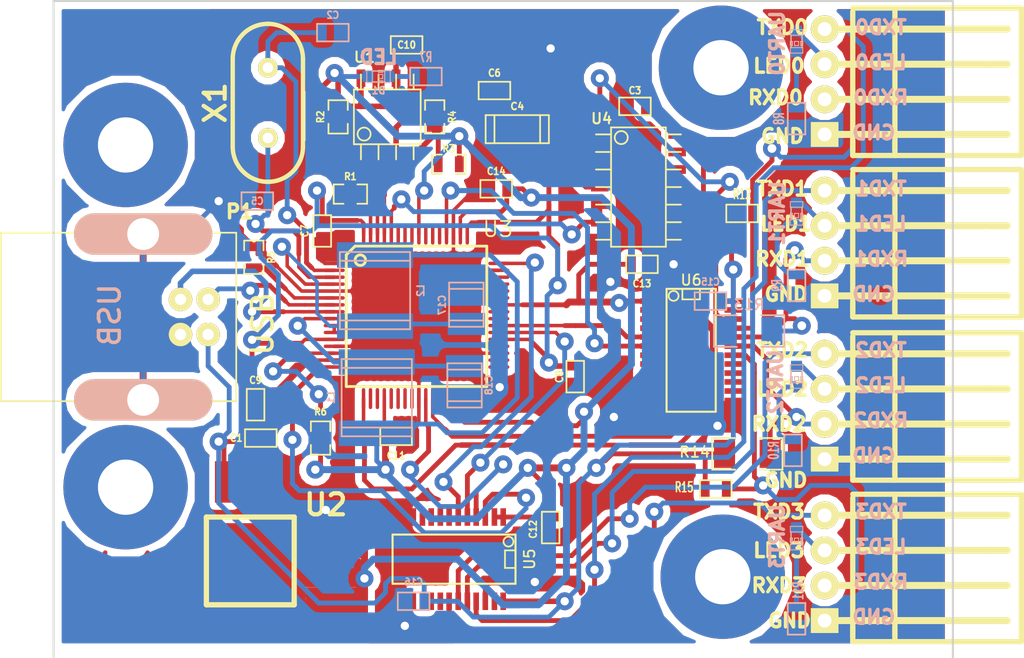
<source format=kicad_pcb>
(kicad_pcb (version 4) (host pcbnew 4.0.5+dfsg1-4)
  (title_block (title "USB TO 4 UART") (rev V1-20) (company F4DEB))
  (layers (0 F.Cu signal) (31 B.Cu signal) (34 B.Paste user) (35 F.Paste user) (36 B.SilkS user) (37 F.SilkS user) (38 B.Mask user) (39 F.Mask user) (44 Edge.Cuts user))
  (net 0 "")
  (net 1 +5VD)
  (net 2 /PWREN)
  (net 3 /RXD0)
  (net 4 /RXD0_5V)
  (net 5 /RXD1)
  (net 6 /RXD1_5V)
  (net 7 /RXD2)
  (net 8 /RXD2_5V)
  (net 9 /RXD3)
  (net 10 /RXD3_5V)
  (net 11 /TXD0)
  (net 12 /TXD0_5V)
  (net 13 /TXD1)
  (net 14 /TXD1_5V)
  (net 15 /TXD2)
  (net 16 /TXD2_5V)
  (net 17 /TXD3)
  (net 18 /TXD3_5V)
  (net 19 /UART0)
  (net 20 /UART1)
  (net 21 /UART2)
  (net 22 /UART3)
  (net 23 GND)
  (net 24 "Net-(C2-Pad2)")
  (net 25 +3V3)
  (net 26 +1V8)
  (net 27 "Net-(C5-Pad2)")
  (net 28 "Net-(C17-Pad1)")
  (net 29 "Net-(C18-Pad1)")
  (net 30 "Net-(D1-Pad2)")
  (net 31 "Net-(D2-Pad2)")
  (net 32 "Net-(D3-Pad2)")
  (net 33 "Net-(D4-Pad2)")
  (net 34 "Net-(D5-Pad2)")
  (net 35 "Net-(P1-Pad2)")
  (net 36 "Net-(P1-Pad3)")
  (net 37 "Net-(R1-Pad2)")
  (net 38 "Net-(R2-Pad2)")
  (net 39 "Net-(R3-Pad2)")
  (net 40 "Net-(R4-Pad1)")
  (net 41 "Net-(R5-Pad2)")
  (net 42 "Net-(R6-Pad1)")
  (net 43 "Net-(U3-Pad18)")
  (net 44 "Net-(U3-Pad19)")
  (net 45 "Net-(U3-Pad21)")
  (net 46 "Net-(U3-Pad22)")
  (net 47 "Net-(U3-Pad23)")
  (net 48 "Net-(U3-Pad24)")
  (net 49 "Net-(U3-Pad28)")
  (net 50 "Net-(U3-Pad29)")
  (net 51 "Net-(U3-Pad30)")
  (net 52 "Net-(U3-Pad32)")
  (net 53 "Net-(U3-Pad33)")
  (net 54 "Net-(U3-Pad34)")
  (net 55 "Net-(U3-Pad36)")
  (net 56 "Net-(U3-Pad40)")
  (net 57 "Net-(U3-Pad41)")
  (net 58 "Net-(U3-Pad43)")
  (net 59 "Net-(U3-Pad44)")
  (net 60 "Net-(U3-Pad45)")
  (net 61 "Net-(U3-Pad46)")
  (net 62 "Net-(U3-Pad53)")
  (net 63 "Net-(U3-Pad54)")
  (net 64 "Net-(U3-Pad55)")
  (net 65 "Net-(U3-Pad57)")
  (net 66 "Net-(U3-Pad58)")
  (net 67 "Net-(U3-Pad59)")
  (net 68 "Net-(U4-Pad1)")
  (net 69 "Net-(U4-Pad2)")
  (net 70 "Net-(U4-Pad10)")
  (net 71 "Net-(U5-Pad7)")
  (net 72 "Net-(U5-Pad8)")
  (net 73 "Net-(U5-Pad9)")
  (net 74 "Net-(U5-Pad10)")
  (net 75 "Net-(U5-Pad14)")
  (net 76 "Net-(U5-Pad15)")
  (net 77 "Net-(U5-Pad16)")
  (net 78 "Net-(U5-Pad17)")
  (net 79 "Net-(U5-Pad23)")
  (net 80 "Net-(U6-Pad7)")
  (net 81 "Net-(U6-Pad8)")
  (net 82 "Net-(U6-Pad9)")
  (net 83 "Net-(U6-Pad10)")
  (net 84 "Net-(U6-Pad14)")
  (net 85 "Net-(U6-Pad15)")
  (net 86 "Net-(U6-Pad16)")
  (net 87 "Net-(U6-Pad17)")
  (net 88 "Net-(U6-Pad23)")
  (module SM0603_Capa (layer B.Cu) (at 145.034 114.935 180)
    (fp_text reference C16 (at 0 1.397 180) (layer B.SilkS) (effects (font (size 0.508 0.4572) (thickness 0.1143)) (justify mirror)))
    (fp_text value 100n hide)
    (pad 1 smd rect (at -0.762 0 180) (size 0.635 1.143) (layers B.Cu B.Paste B.Mask) (net 1 +5VD))
    (pad 2 smd rect (at 0.762 0 180) (size 0.635 1.143) (layers B.Cu B.Paste B.Mask) (net 23 GND))
  )
  (module SM0603_Capa (layer B.Cu) (at 166.497 93.218 180)
    (fp_text reference C15 (at 0 1.397 180) (layer B.SilkS) (effects (font (size 0.508 0.4572) (thickness 0.1143)) (justify mirror)))
    (fp_text value 100n hide)
    (pad 1 smd rect (at -0.762 0 180) (size 0.635 1.143) (layers B.Cu B.Paste B.Mask) (net 1 +5VD))
    (pad 2 smd rect (at 0.762 0 180) (size 0.635 1.143) (layers B.Cu B.Paste B.Mask) (net 23 GND))
  )
  (module SM0603_Capa (layer B.Cu) (at 139.192 73.787 180)
    (fp_text reference C2 (at 0 1.27 180) (layer B.SilkS) (effects (font (size 0.508 0.4572) (thickness 0.1143)) (justify mirror)))
    (fp_text value 27p hide)
    (pad 1 smd rect (at -0.762 0 180) (size 0.635 1.143) (layers B.Cu B.Paste B.Mask) (net 23 GND))
    (pad 2 smd rect (at 0.762 0 180) (size 0.635 1.143) (layers B.Cu B.Paste B.Mask) (net 24 "Net-(C2-Pad2)"))
  )
  (module SM0603_Capa (layer B.Cu) (at 133.731 85.979)
    (fp_text reference C5 (at 0 0) (layer B.SilkS) (effects (font (size 0.508 0.4572) (thickness 0.1143)) (justify mirror)))
    (fp_text value 27p hide)
    (pad 1 smd rect (at -0.762 0) (size 0.635 1.143) (layers B.Cu B.Paste B.Mask) (net 23 GND))
    (pad 2 smd rect (at 0.762 0) (size 0.635 1.143) (layers B.Cu B.Paste B.Mask) (net 27 "Net-(C5-Pad2)"))
  )
  (module SM0603_Capa (layer F.Cu) (at 150.876 77.978 180)
    (fp_text reference C6 (at 0 1.27 180) (layer F.SilkS) (effects (font (size 0.508 0.4572) (thickness 0.1143))))
    (fp_text value 100n hide)
    (pad 1 smd rect (at -0.762 0 180) (size 0.635 1.143) (layers F.Cu F.Paste F.Mask) (net 26 +1V8))
    (pad 2 smd rect (at 0.762 0 180) (size 0.635 1.143) (layers F.Cu F.Paste F.Mask) (net 23 GND))
  )
  (module SM0603_Capa (layer F.Cu) (at 133.604 100.711 270)
    (fp_text reference C9 (at -1.778 0 360) (layer F.SilkS) (effects (font (size 0.508 0.4572) (thickness 0.1143))))
    (fp_text value 100n hide)
    (pad 1 smd rect (at -0.762 0 270) (size 0.635 1.143) (layers F.Cu F.Paste F.Mask) (net 26 +1V8))
    (pad 2 smd rect (at 0.762 0 270) (size 0.635 1.143) (layers F.Cu F.Paste F.Mask) (net 23 GND))
  )
  (module SM0603_Capa (layer F.Cu) (at 143.764 102.997)
    (fp_text reference C11 (at 0 1.397) (layer F.SilkS) (effects (font (size 0.508 0.4572) (thickness 0.1143))))
    (fp_text value 100n hide)
    (pad 1 smd rect (at -0.762 0) (size 0.635 1.143) (layers F.Cu F.Paste F.Mask) (net 25 +3V3))
    (pad 2 smd rect (at 0.762 0) (size 0.635 1.143) (layers F.Cu F.Paste F.Mask) (net 23 GND))
  )
  (module SM0603_Capa (layer F.Cu) (at 154.94 109.601 270)
    (fp_text reference C12 (at 0.127 1.27 450) (layer F.SilkS) (effects (font (size 0.508 0.4572) (thickness 0.1143))))
    (fp_text value 100n hide)
    (pad 1 smd rect (at -0.762 0 270) (size 0.635 1.143) (layers F.Cu F.Paste F.Mask) (net 25 +3V3))
    (pad 2 smd rect (at 0.762 0 270) (size 0.635 1.143) (layers F.Cu F.Paste F.Mask) (net 23 GND))
  )
  (module SM0603_Capa (layer F.Cu) (at 161.544 90.551)
    (fp_text reference C13 (at 0 1.397) (layer F.SilkS) (effects (font (size 0.508 0.4572) (thickness 0.1143))))
    (fp_text value 100n hide)
    (pad 1 smd rect (at -0.762 0) (size 0.635 1.143) (layers F.Cu F.Paste F.Mask) (net 25 +3V3))
    (pad 2 smd rect (at 0.762 0) (size 0.635 1.143) (layers F.Cu F.Paste F.Mask) (net 23 GND))
  )
  (module SM0603_Capa (layer F.Cu) (at 151.003 85.09 180)
    (fp_text reference C14 (at 0 1.27 180) (layer F.SilkS) (effects (font (size 0.508 0.4572) (thickness 0.1143))))
    (fp_text value 100n hide)
    (pad 1 smd rect (at -0.762 0 180) (size 0.635 1.143) (layers F.Cu F.Paste F.Mask) (net 25 +3V3))
    (pad 2 smd rect (at 0.762 0 180) (size 0.635 1.143) (layers F.Cu F.Paste F.Mask) (net 23 GND))
  )
  (module SM0603_Capa (layer F.Cu) (at 161.036 79.121 180)
    (fp_text reference C3 (at 0 1.143 180) (layer F.SilkS) (effects (font (size 0.508 0.4572) (thickness 0.1143))))
    (fp_text value 100n hide)
    (pad 1 smd rect (at -0.762 0 180) (size 0.635 1.143) (layers F.Cu F.Paste F.Mask) (net 25 +3V3))
    (pad 2 smd rect (at 0.762 0 180) (size 0.635 1.143) (layers F.Cu F.Paste F.Mask) (net 23 GND))
  )
  (module SM0603_Capa (layer F.Cu) (at 138.43 88.138 270)
    (fp_text reference C7 (at 0 1.27 450) (layer F.SilkS) (effects (font (size 0.508 0.4572) (thickness 0.1143))))
    (fp_text value 100n hide)
    (pad 1 smd rect (at -0.762 0 270) (size 0.635 1.143) (layers F.Cu F.Paste F.Mask) (net 26 +1V8))
    (pad 2 smd rect (at 0.762 0 270) (size 0.635 1.143) (layers F.Cu F.Paste F.Mask) (net 23 GND))
  )
  (module SM0603_Capa (layer F.Cu) (at 133.985 103.124)
    (fp_text reference C1 (at -1.778 0) (layer F.SilkS) (effects (font (size 0.508 0.4572) (thickness 0.1143))))
    (fp_text value 100n hide)
    (pad 1 smd rect (at -0.762 0) (size 0.635 1.143) (layers F.Cu F.Paste F.Mask) (net 1 +5VD))
    (pad 2 smd rect (at 0.762 0) (size 0.635 1.143) (layers F.Cu F.Paste F.Mask) (net 23 GND))
  )
  (module SM0603_Capa (layer F.Cu) (at 144.526 74.676)
    (fp_text reference C10 (at 0 0) (layer F.SilkS) (effects (font (size 0.508 0.4572) (thickness 0.1143))))
    (fp_text value 100n hide)
    (pad 1 smd rect (at -0.762 0) (size 0.635 1.143) (layers F.Cu F.Paste F.Mask) (net 25 +3V3))
    (pad 2 smd rect (at 0.762 0) (size 0.635 1.143) (layers F.Cu F.Paste F.Mask) (net 23 GND))
  )
  (module SM0603_Capa (layer F.Cu) (at 156.718 98.679 270)
    (fp_text reference C8 (at 0 1.143 270) (layer F.SilkS) (effects (font (size 0.508 0.4572) (thickness 0.1143))))
    (fp_text value 100n hide)
    (pad 1 smd rect (at -0.762 0 270) (size 0.635 1.143) (layers F.Cu F.Paste F.Mask) (net 26 +1V8))
    (pad 2 smd rect (at 0.762 0 270) (size 0.635 1.143) (layers F.Cu F.Paste F.Mask) (net 23 GND))
  )
  (module KK-4-H (layer F.Cu) (at 174.752 73.533 270)
    (fp_text reference P2 hide)
    (fp_text value CONN_4 hide)
    (pad 1 thru_hole rect (at 7.62 0 270) (size 1.80086 1.99898) (drill 1.00076) (layers *.Cu *.Mask F.SilkS) (net 23 GND))
    (pad 2 thru_hole circle (at 5.08 0 270) (size 1.99898 1.99898) (drill 1.00076) (layers *.Cu *.Mask F.SilkS) (net 4 /RXD0_5V))
    (pad 3 thru_hole circle (at 2.54 0 270) (size 1.99898 1.99898) (drill 1.00076) (layers *.Cu *.Mask F.SilkS) (net 19 /UART0))
    (pad 4 thru_hole circle (at 0 0 270) (size 1.99898 1.99898) (drill 1.00076) (layers *.Cu *.Mask F.SilkS) (net 12 /TXD0_5V))
  )
  (module KK-4-H (layer F.Cu) (at 174.752 85.217 270)
    (fp_text reference P3 hide)
    (fp_text value CONN_4 hide)
    (pad 1 thru_hole rect (at 7.62 0 270) (size 1.80086 1.99898) (drill 1.00076) (layers *.Cu *.Mask F.SilkS) (net 23 GND))
    (pad 2 thru_hole circle (at 5.08 0 270) (size 1.99898 1.99898) (drill 1.00076) (layers *.Cu *.Mask F.SilkS) (net 6 /RXD1_5V))
    (pad 3 thru_hole circle (at 2.54 0 270) (size 1.99898 1.99898) (drill 1.00076) (layers *.Cu *.Mask F.SilkS) (net 20 /UART1))
    (pad 4 thru_hole circle (at 0 0 270) (size 1.99898 1.99898) (drill 1.00076) (layers *.Cu *.Mask F.SilkS) (net 14 /TXD1_5V))
  )
  (module KK-4-H (layer F.Cu) (at 174.752 97.028 270)
    (fp_text reference P4 hide)
    (fp_text value CONN_4 hide)
    (pad 1 thru_hole rect (at 7.62 0 270) (size 1.80086 1.99898) (drill 1.00076) (layers *.Cu *.Mask F.SilkS) (net 23 GND))
    (pad 2 thru_hole circle (at 5.08 0 270) (size 1.99898 1.99898) (drill 1.00076) (layers *.Cu *.Mask F.SilkS) (net 8 /RXD2_5V))
    (pad 3 thru_hole circle (at 2.54 0 270) (size 1.99898 1.99898) (drill 1.00076) (layers *.Cu *.Mask F.SilkS) (net 21 /UART2))
    (pad 4 thru_hole circle (at 0 0 270) (size 1.99898 1.99898) (drill 1.00076) (layers *.Cu *.Mask F.SilkS) (net 16 /TXD2_5V))
  )
  (module KK-4-H (layer F.Cu) (at 174.752 108.712 270)
    (fp_text reference P5 hide)
    (fp_text value CONN_4 hide)
    (pad 1 thru_hole rect (at 7.62 0 270) (size 1.80086 1.99898) (drill 1.00076) (layers *.Cu *.Mask F.SilkS) (net 23 GND))
    (pad 2 thru_hole circle (at 5.08 0 270) (size 1.99898 1.99898) (drill 1.00076) (layers *.Cu *.Mask F.SilkS) (net 10 /RXD3_5V))
    (pad 3 thru_hole circle (at 2.54 0 270) (size 1.99898 1.99898) (drill 1.00076) (layers *.Cu *.Mask F.SilkS) (net 22 /UART3))
    (pad 4 thru_hole circle (at 0 0 270) (size 1.99898 1.99898) (drill 1.00076) (layers *.Cu *.Mask F.SilkS) (net 18 /TXD3_5V))
  )
  (module SM1206 (layer F.Cu) (at 169.164 104.267 180)
    (fp_text reference R14 (at 3.81 0.127 180) (layer F.SilkS) (effects (font (size 0.762 0.762) (thickness 0.127))))
    (fp_text value 47k hide)
    (pad 1 smd rect (at -1.651 0 180) (size 1.524 2.032) (layers F.Cu F.Paste F.Mask) (net 8 /RXD2_5V))
    (pad 2 smd rect (at 1.651 0 180) (size 1.524 2.032) (layers F.Cu F.Paste F.Mask) (net 1 +5VD))
  )
  (module SM1206 (layer B.Cu) (at 169.291 95.377 180)
    (fp_text reference R13 (at 0 1.905 180) (layer B.SilkS) (effects (font (size 0.762 0.762) (thickness 0.127)) (justify mirror)))
    (fp_text value 47k hide)
    (pad 1 smd rect (at -1.651 0 180) (size 1.524 2.032) (layers B.Cu B.Paste B.Mask) (net 6 /RXD1_5V))
    (pad 2 smd rect (at 1.651 0 180) (size 1.524 2.032) (layers B.Cu B.Paste B.Mask) (net 1 +5VD))
  )
  (module SM0603_Resistor (layer F.Cu) (at 166.878 106.807 180)
    (fp_text reference R15 (at 2.286 0.127 180) (layer F.SilkS) (effects (font (size 0.7112 0.4572) (thickness 0.1143))))
    (fp_text value 47k hide)
    (pad 1 smd rect (at -0.762 0 180) (size 0.635 1.143) (layers F.Cu F.Paste F.Mask) (net 10 /RXD3_5V))
    (pad 2 smd rect (at 0.762 0 180) (size 0.635 1.143) (layers F.Cu F.Paste F.Mask) (net 1 +5VD))
  )
  (module SM0603_Resistor (layer F.Cu) (at 168.783 86.868 180)
    (fp_text reference R12 (at 0 1.397 180) (layer F.SilkS) (effects (font (size 0.7112 0.4572) (thickness 0.1143))))
    (fp_text value 47k hide)
    (pad 1 smd rect (at -0.762 0 180) (size 0.635 1.143) (layers F.Cu F.Paste F.Mask) (net 4 /RXD0_5V))
    (pad 2 smd rect (at 0.762 0 180) (size 0.635 1.143) (layers F.Cu F.Paste F.Mask) (net 1 +5VD))
  )
  (module c_1808 (layer F.Cu) (at 152.527 80.772)
    (fp_text reference C4 (at 0 -1.651) (layer F.SilkS) (effects (font (size 0.50038 0.50038) (thickness 0.11938))))
    (fp_text value 10uF/10V hide)
    (pad 1 smd rect (at 2.04978 0) (size 1.80086 2.4003) (layers F.Cu F.Paste F.Mask) (net 26 +1V8))
    (pad 2 smd rect (at -2.04978 0) (size 1.80086 2.4003) (layers F.Cu F.Paste F.Mask) (net 23 GND))
  )
  (module c_2220 (layer B.Cu) (at 142.367 100.203 270)
    (fp_text reference L1 (at 0 3.302 270) (layer B.SilkS) (effects (font (size 0.50038 0.50038) (thickness 0.11938)) (justify mirror)))
    (fp_text value 39uH hide)
    (pad 1 smd rect (at 2.57556 0 270) (size 1.84912 5.4991) (layers B.Cu B.Paste B.Mask) (net 25 +3V3))
    (pad 2 smd rect (at -2.57556 0 270) (size 1.84912 5.4991) (layers B.Cu B.Paste B.Mask) (net 29 "Net-(C18-Pad1)"))
  )
  (module LED-0603 (layer B.Cu) (at 172.72 110.363 270)
    (fp_text reference D5 hide)
    (fp_text value VERT hide)
    (pad 1 smd rect (at -0.7493 0 270) (size 0.79756 0.79756) (layers B.Cu B.Paste B.Mask) (net 22 /UART3))
    (pad 2 smd rect (at 0.7493 0 270) (size 0.79756 0.79756) (layers B.Cu B.Paste B.Mask) (net 34 "Net-(D5-Pad2)"))
  )
  (module LED-0603 (layer B.Cu) (at 172.72 98.679 270)
    (fp_text reference D4 hide)
    (fp_text value VERT hide)
    (pad 1 smd rect (at -0.7493 0 270) (size 0.79756 0.79756) (layers B.Cu B.Paste B.Mask) (net 21 /UART2))
    (pad 2 smd rect (at 0.7493 0 270) (size 0.79756 0.79756) (layers B.Cu B.Paste B.Mask) (net 33 "Net-(D4-Pad2)"))
  )
  (module LED-0603 (layer B.Cu) (at 172.72 86.868 270)
    (fp_text reference D3 hide)
    (fp_text value VERT hide)
    (pad 1 smd rect (at -0.7493 0 270) (size 0.79756 0.79756) (layers B.Cu B.Paste B.Mask) (net 20 /UART1))
    (pad 2 smd rect (at 0.7493 0 270) (size 0.79756 0.79756) (layers B.Cu B.Paste B.Mask) (net 32 "Net-(D3-Pad2)"))
  )
  (module LED-0603 (layer B.Cu) (at 172.72 74.422 270)
    (fp_text reference D2 hide)
    (fp_text value VERT hide)
    (pad 1 smd rect (at -0.7493 0 270) (size 0.79756 0.79756) (layers B.Cu B.Paste B.Mask) (net 19 /UART0))
    (pad 2 smd rect (at 0.7493 0 270) (size 0.79756 0.79756) (layers B.Cu B.Paste B.Mask) (net 31 "Net-(D2-Pad2)"))
  )
  (module LED-0603 (layer B.Cu) (at 142.494 76.962)
    (fp_text reference D1 (at 0 1.016) (layer B.SilkS) (effects (font (size 0.508 0.508) (thickness 0.127)) (justify mirror)))
    (fp_text value LED (at 0 -1.397) (layer B.SilkS) (effects (font (thickness 0.25)) (justify mirror)))
    (pad 1 smd rect (at -0.7493 0) (size 0.79756 0.79756) (layers B.Cu B.Paste B.Mask) (net 25 +3V3))
    (pad 2 smd rect (at 0.7493 0) (size 0.79756 0.79756) (layers B.Cu B.Paste B.Mask) (net 30 "Net-(D1-Pad2)"))
  )
  (module SM0603_Resistor (layer B.Cu) (at 172.72 116.205 270)
    (fp_text reference R11 (at -2.032 -0.127 270) (layer B.SilkS) (effects (font (size 0.7112 0.4572) (thickness 0.1143)) (justify mirror)))
    (fp_text value 1k hide)
    (pad 1 smd rect (at -0.762 0 270) (size 0.635 1.143) (layers B.Cu B.Paste B.Mask) (net 34 "Net-(D5-Pad2)"))
    (pad 2 smd rect (at 0.762 0 270) (size 0.635 1.143) (layers B.Cu B.Paste B.Mask) (net 23 GND))
  )
  (module SM0603_Resistor (layer B.Cu) (at 172.466 104.013 270)
    (fp_text reference R10 (at 0 1.397 270) (layer B.SilkS) (effects (font (size 0.7112 0.4572) (thickness 0.1143)) (justify mirror)))
    (fp_text value 1k hide)
    (pad 1 smd rect (at -0.762 0 270) (size 0.635 1.143) (layers B.Cu B.Paste B.Mask) (net 33 "Net-(D4-Pad2)"))
    (pad 2 smd rect (at 0.762 0 270) (size 0.635 1.143) (layers B.Cu B.Paste B.Mask) (net 23 GND))
  )
  (module SM0603_Resistor (layer B.Cu) (at 172.72 92.075 270)
    (fp_text reference R9 (at 0 1.397 270) (layer B.SilkS) (effects (font (size 0.7112 0.4572) (thickness 0.1143)) (justify mirror)))
    (fp_text value 1k hide)
    (pad 1 smd rect (at -0.762 0 270) (size 0.635 1.143) (layers B.Cu B.Paste B.Mask) (net 32 "Net-(D3-Pad2)"))
    (pad 2 smd rect (at 0.762 0 270) (size 0.635 1.143) (layers B.Cu B.Paste B.Mask) (net 23 GND))
  )
  (module SM0603_Resistor (layer B.Cu) (at 172.72 80.01 270)
    (fp_text reference R8 (at 0 1.27 270) (layer B.SilkS) (effects (font (size 0.7112 0.4572) (thickness 0.1143)) (justify mirror)))
    (fp_text value 1k hide)
    (pad 1 smd rect (at -0.762 0 270) (size 0.635 1.143) (layers B.Cu B.Paste B.Mask) (net 31 "Net-(D2-Pad2)"))
    (pad 2 smd rect (at 0.762 0 270) (size 0.635 1.143) (layers B.Cu B.Paste B.Mask) (net 23 GND))
  )
  (module SM0603_Resistor (layer B.Cu) (at 145.923 76.962)
    (fp_text reference R7 (at 0 -1.397) (layer B.SilkS) (effects (font (size 0.7112 0.4572) (thickness 0.1143)) (justify mirror)))
    (fp_text value 470 hide)
    (pad 1 smd rect (at -0.762 0) (size 0.635 1.143) (layers B.Cu B.Paste B.Mask) (net 30 "Net-(D1-Pad2)"))
    (pad 2 smd rect (at 0.762 0) (size 0.635 1.143) (layers B.Cu B.Paste B.Mask) (net 23 GND))
  )
  (module SM1210 (layer B.Cu) (at 148.717 99.314 90)
    (fp_text reference C18 (at 0.0254 1.7526 90) (layer B.SilkS) (effects (font (size 0.50038 0.50038) (thickness 0.11938)) (justify mirror)))
    (fp_text value 10uF/10V hide)
    (pad 1 smd rect (at 1.397 0 90) (size 1.6002 2.6924) (layers B.Cu B.Paste B.Mask) (net 29 "Net-(C18-Pad1)"))
    (pad 2 smd rect (at -1.397 0 90) (size 1.6002 2.6924) (layers B.Cu B.Paste B.Mask) (net 23 GND))
  )
  (module SM1210 (layer B.Cu) (at 148.844 93.472 270)
    (fp_text reference C17 (at 0.0254 1.7526 270) (layer B.SilkS) (effects (font (size 0.50038 0.50038) (thickness 0.11938)) (justify mirror)))
    (fp_text value 10uF/10V hide)
    (pad 1 smd rect (at 1.397 0 270) (size 1.6002 2.6924) (layers B.Cu B.Paste B.Mask) (net 28 "Net-(C17-Pad1)"))
    (pad 2 smd rect (at -1.397 0 270) (size 1.6002 2.6924) (layers B.Cu B.Paste B.Mask) (net 23 GND))
  )
  (module HC-49V (layer F.Cu) (at 134.493 78.867 90)
    (fp_text reference X1 (at 0 -3.81 90) (layer F.SilkS) (effects (font (thickness 0.3048))))
    (fp_text value 12Mhz hide)
    (pad 1 thru_hole circle (at -2.54 0 90) (size 1.4224 1.4224) (drill 0.762) (layers *.Cu *.Mask F.SilkS) (net 27 "Net-(C5-Pad2)"))
    (pad 2 thru_hole circle (at 2.54 0 90) (size 1.4224 1.4224) (drill 0.762) (layers *.Cu *.Mask F.SilkS) (net 24 "Net-(C2-Pad2)"))
  )
  (module COLONETTE (layer F.Cu) (at 124.206 106.68 270)
    (fp_text reference J3 hide)
    (fp_text value SIL1 hide)
    (pad 1 thru_hole circle (at 0 0 270) (size 8.99922 8.99922) (drill 4.0005) (layers *.Cu))
    (pad 1 thru_hole circle (at 0 0 270) (size 2 2) (drill 0.6) (layers *.Cu *.Mask F.SilkS))
  )
  (module COLONETTE (layer F.Cu) (at 124.206 81.915 270)
    (fp_text reference J3 (at 0 0 270) (layer F.SilkS) (effects (font (thickness 0.3048))))
    (fp_text value SIL1 hide)
    (pad 1 thru_hole circle (at 0 0 270) (size 8.99922 8.99922) (drill 4.0005) (layers *.Cu))
    (pad 1 thru_hole circle (at 0 0 270) (size 2 2) (drill 0.6) (layers *.Cu *.Mask F.SilkS))
  )
  (module COLONETTE (layer F.Cu) (at 167.259 76.327 270)
    (fp_text reference J3 (at 0 0 270) (layer F.SilkS) (effects (font (thickness 0.3048))))
    (fp_text value SIL1 hide)
    (pad 1 thru_hole circle (at 0 0 270) (size 8.99922 8.99922) (drill 4.0005) (layers *.Cu))
    (pad 1 thru_hole circle (at 0 0 270) (size 2 2) (drill 0.6) (layers *.Cu *.Mask F.SilkS))
  )
  (module COLONETTE (layer F.Cu) (at 167.386 113.157 270)
    (fp_text reference J3 (at 0 0 270) (layer F.SilkS) (effects (font (thickness 0.3048))))
    (fp_text value SIL1 hide)
    (pad 1 thru_hole circle (at 0 0 270) (size 8.99922 8.99922) (drill 4.0005) (layers *.Cu))
    (pad 1 thru_hole circle (at 0 0 270) (size 2 2) (drill 0.6) (layers *.Cu *.Mask F.SilkS))
  )
  (module SSOP24 (layer F.Cu) (at 165.1 96.774 270)
    (fp_text reference U6 (at -5.08 0 360) (layer F.SilkS) (effects (font (size 0.762 0.762) (thickness 0.127))))
    (fp_text value 74LVCC3245 hide)
    (pad 1 smd rect (at -3.556 3.048 270) (size 0.4064 1.27) (layers F.Cu F.Paste F.Mask) (net 25 +3V3))
    (pad 2 smd rect (at -2.921 3.048 270) (size 0.4064 1.27) (layers F.Cu F.Paste F.Mask) (net 23 GND))
    (pad 3 smd rect (at -2.2606 3.048 270) (size 0.4064 1.27) (layers F.Cu F.Paste F.Mask) (net 3 /RXD0))
    (pad 4 smd rect (at -1.6002 3.048 270) (size 0.4064 1.27) (layers F.Cu F.Paste F.Mask) (net 5 /RXD1))
    (pad 5 smd rect (at -0.9652 3.048 270) (size 0.4064 1.27) (layers F.Cu F.Paste F.Mask) (net 7 /RXD2))
    (pad 6 smd rect (at -0.3048 3.048 270) (size 0.4064 1.27) (layers F.Cu F.Paste F.Mask) (net 9 /RXD3))
    (pad 7 smd rect (at 0.3556 3.048 270) (size 0.4064 1.27) (layers F.Cu F.Paste F.Mask) (net 80 "Net-(U6-Pad7)"))
    (pad 8 smd rect (at 0.9906 3.048 270) (size 0.4064 1.27) (layers F.Cu F.Paste F.Mask) (net 81 "Net-(U6-Pad8)"))
    (pad 9 smd rect (at 1.651 3.048 270) (size 0.4064 1.27) (layers F.Cu F.Paste F.Mask) (net 82 "Net-(U6-Pad9)"))
    (pad 10 smd rect (at 2.286 3.048 270) (size 0.4064 1.27) (layers F.Cu F.Paste F.Mask) (net 83 "Net-(U6-Pad10)"))
    (pad 11 smd rect (at 2.9464 3.048 270) (size 0.4064 1.27) (layers F.Cu F.Paste F.Mask) (net 23 GND))
    (pad 12 smd rect (at 3.6068 3.048 270) (size 0.4064 1.27) (layers F.Cu F.Paste F.Mask) (net 23 GND))
    (pad 13 smd rect (at 3.6322 -3.048 270) (size 0.4064 1.27) (layers F.Cu F.Paste F.Mask) (net 23 GND))
    (pad 14 smd rect (at 2.9464 -3.048 270) (size 0.4064 1.27) (layers F.Cu F.Paste F.Mask) (net 84 "Net-(U6-Pad14)"))
    (pad 15 smd rect (at 2.286 -3.048 270) (size 0.4064 1.27) (layers F.Cu F.Paste F.Mask) (net 85 "Net-(U6-Pad15)"))
    (pad 16 smd rect (at 1.651 -3.048 270) (size 0.4064 1.27) (layers F.Cu F.Paste F.Mask) (net 86 "Net-(U6-Pad16)"))
    (pad 17 smd rect (at 0.9906 -3.048 270) (size 0.4064 1.27) (layers F.Cu F.Paste F.Mask) (net 87 "Net-(U6-Pad17)"))
    (pad 18 smd rect (at 0.3556 -3.048 270) (size 0.4064 1.27) (layers F.Cu F.Paste F.Mask) (net 10 /RXD3_5V))
    (pad 19 smd rect (at -0.3048 -3.048 270) (size 0.4064 1.27) (layers F.Cu F.Paste F.Mask) (net 8 /RXD2_5V))
    (pad 20 smd rect (at -0.9652 -3.048 270) (size 0.4064 1.27) (layers F.Cu F.Paste F.Mask) (net 6 /RXD1_5V))
    (pad 21 smd rect (at -1.6002 -3.048 270) (size 0.4064 1.27) (layers F.Cu F.Paste F.Mask) (net 4 /RXD0_5V))
    (pad 22 smd rect (at -2.2606 -3.048 270) (size 0.4064 1.27) (layers F.Cu F.Paste F.Mask) (net 68 "Net-(U4-Pad1)"))
    (pad 23 smd rect (at -2.921 -3.048 270) (size 0.4064 1.27) (layers F.Cu F.Paste F.Mask) (net 88 "Net-(U6-Pad23)"))
    (pad 24 smd rect (at -3.556 -3.048 270) (size 0.4064 1.27) (layers F.Cu F.Paste F.Mask) (net 1 +5VD))
  )
  (module SSOP24 (layer F.Cu) (at 147.955 111.887 180)
    (fp_text reference U5 (at -5.461 0 450) (layer F.SilkS) (effects (font (size 0.762 0.762) (thickness 0.127))))
    (fp_text value 74LVCC3245 hide)
    (pad 1 smd rect (at -3.556 3.048 180) (size 0.4064 1.27) (layers F.Cu F.Paste F.Mask) (net 25 +3V3))
    (pad 2 smd rect (at -2.921 3.048 180) (size 0.4064 1.27) (layers F.Cu F.Paste F.Mask) (net 25 +3V3))
    (pad 3 smd rect (at -2.2606 3.048 180) (size 0.4064 1.27) (layers F.Cu F.Paste F.Mask) (net 11 /TXD0))
    (pad 4 smd rect (at -1.6002 3.048 180) (size 0.4064 1.27) (layers F.Cu F.Paste F.Mask) (net 13 /TXD1))
    (pad 5 smd rect (at -0.9652 3.048 180) (size 0.4064 1.27) (layers F.Cu F.Paste F.Mask) (net 15 /TXD2))
    (pad 6 smd rect (at -0.3048 3.048 180) (size 0.4064 1.27) (layers F.Cu F.Paste F.Mask) (net 17 /TXD3))
    (pad 7 smd rect (at 0.3556 3.048 180) (size 0.4064 1.27) (layers F.Cu F.Paste F.Mask) (net 71 "Net-(U5-Pad7)"))
    (pad 8 smd rect (at 0.9906 3.048 180) (size 0.4064 1.27) (layers F.Cu F.Paste F.Mask) (net 72 "Net-(U5-Pad8)"))
    (pad 9 smd rect (at 1.651 3.048 180) (size 0.4064 1.27) (layers F.Cu F.Paste F.Mask) (net 73 "Net-(U5-Pad9)"))
    (pad 10 smd rect (at 2.286 3.048 180) (size 0.4064 1.27) (layers F.Cu F.Paste F.Mask) (net 74 "Net-(U5-Pad10)"))
    (pad 11 smd rect (at 2.9464 3.048 180) (size 0.4064 1.27) (layers F.Cu F.Paste F.Mask) (net 23 GND))
    (pad 12 smd rect (at 3.6068 3.048 180) (size 0.4064 1.27) (layers F.Cu F.Paste F.Mask) (net 23 GND))
    (pad 13 smd rect (at 3.6322 -3.048 180) (size 0.4064 1.27) (layers F.Cu F.Paste F.Mask) (net 23 GND))
    (pad 14 smd rect (at 2.9464 -3.048 180) (size 0.4064 1.27) (layers F.Cu F.Paste F.Mask) (net 75 "Net-(U5-Pad14)"))
    (pad 15 smd rect (at 2.286 -3.048 180) (size 0.4064 1.27) (layers F.Cu F.Paste F.Mask) (net 76 "Net-(U5-Pad15)"))
    (pad 16 smd rect (at 1.651 -3.048 180) (size 0.4064 1.27) (layers F.Cu F.Paste F.Mask) (net 77 "Net-(U5-Pad16)"))
    (pad 17 smd rect (at 0.9906 -3.048 180) (size 0.4064 1.27) (layers F.Cu F.Paste F.Mask) (net 78 "Net-(U5-Pad17)"))
    (pad 18 smd rect (at 0.3556 -3.048 180) (size 0.4064 1.27) (layers F.Cu F.Paste F.Mask) (net 18 /TXD3_5V))
    (pad 19 smd rect (at -0.3048 -3.048 180) (size 0.4064 1.27) (layers F.Cu F.Paste F.Mask) (net 16 /TXD2_5V))
    (pad 20 smd rect (at -0.9652 -3.048 180) (size 0.4064 1.27) (layers F.Cu F.Paste F.Mask) (net 14 /TXD1_5V))
    (pad 21 smd rect (at -1.6002 -3.048 180) (size 0.4064 1.27) (layers F.Cu F.Paste F.Mask) (net 12 /TXD0_5V))
    (pad 22 smd rect (at -2.2606 -3.048 180) (size 0.4064 1.27) (layers F.Cu F.Paste F.Mask) (net 23 GND))
    (pad 23 smd rect (at -2.921 -3.048 180) (size 0.4064 1.27) (layers F.Cu F.Paste F.Mask) (net 79 "Net-(U5-Pad23)"))
    (pad 24 smd rect (at -3.556 -3.048 180) (size 0.4064 1.27) (layers F.Cu F.Paste F.Mask) (net 1 +5VD))
  )
  (module DPAK (layer F.Cu) (at 135.128 106.299 180)
    (fp_text reference U2 (at -3.556 -1.651 180) (layer F.SilkS) (effects (font (thickness 0.3048))))
    (fp_text value LM1117 hide)
    (pad 1 smd rect (at 0 0 180) (size 1.30048 2.99974) (layers F.Cu F.Paste F.Mask) (net 23 GND))
    (pad 2 smd rect (at 3.81 0 180) (size 1.30048 2.99974) (layers F.Cu F.Paste F.Mask) (net 1 +5VD))
    (pad 3 smd rect (at 1.905 -6.985 180) (size 8.001 8.001) (layers F.Cu F.Paste F.Mask) (net 25 +3V3))
  )
  (module SM0603_Resistor (layer F.Cu) (at 133.477 90.043 270)
    (fp_text reference R5 (at 0 -1.27 450) (layer F.SilkS) (effects (font (size 0.50038 0.4572) (thickness 0.1143))))
    (fp_text value 12k hide)
    (pad 1 smd rect (at -0.762 0 270) (size 0.635 1.143) (layers F.Cu F.Paste F.Mask) (net 23 GND))
    (pad 2 smd rect (at 0.762 0 270) (size 0.635 1.143) (layers F.Cu F.Paste F.Mask) (net 41 "Net-(R5-Pad2)"))
  )
  (module SM0603_Resistor (layer F.Cu) (at 138.303 103.124 270)
    (fp_text reference R6 (at -1.905 0 360) (layer F.SilkS) (effects (font (size 0.50038 0.4572) (thickness 0.1143))))
    (fp_text value 1k hide)
    (pad 1 smd rect (at -0.762 0 270) (size 0.635 1.143) (layers F.Cu F.Paste F.Mask) (net 42 "Net-(R6-Pad1)"))
    (pad 2 smd rect (at 0.762 0 270) (size 0.635 1.143) (layers F.Cu F.Paste F.Mask) (net 25 +3V3))
  )
  (module SM0603_Resistor (layer F.Cu) (at 146.558 79.883 270)
    (fp_text reference R4 (at 0 -1.27 450) (layer F.SilkS) (effects (font (size 0.50038 0.4572) (thickness 0.1143))))
    (fp_text value 2.2k hide)
    (pad 1 smd rect (at -0.762 0 270) (size 0.635 1.143) (layers F.Cu F.Paste F.Mask) (net 40 "Net-(R4-Pad1)"))
    (pad 2 smd rect (at 0.762 0 270) (size 0.635 1.143) (layers F.Cu F.Paste F.Mask) (net 39 "Net-(R3-Pad2)"))
  )
  (module SM0603_Resistor (layer F.Cu) (at 147.574 83.312 180)
    (fp_text reference R3 (at 0 1.143 360) (layer F.SilkS) (effects (font (size 0.50038 0.4572) (thickness 0.1143))))
    (fp_text value 10k hide)
    (pad 1 smd rect (at -0.762 0 180) (size 0.635 1.143) (layers F.Cu F.Paste F.Mask) (net 25 +3V3))
    (pad 2 smd rect (at 0.762 0 180) (size 0.635 1.143) (layers F.Cu F.Paste F.Mask) (net 39 "Net-(R3-Pad2)"))
  )
  (module SM0603_Resistor (layer F.Cu) (at 140.462 85.471)
    (fp_text reference R1 (at 0 -1.27 180) (layer F.SilkS) (effects (font (size 0.50038 0.4572) (thickness 0.1143))))
    (fp_text value 10k hide)
    (pad 1 smd rect (at -0.762 0) (size 0.635 1.143) (layers F.Cu F.Paste F.Mask) (net 25 +3V3))
    (pad 2 smd rect (at 0.762 0) (size 0.635 1.143) (layers F.Cu F.Paste F.Mask) (net 37 "Net-(R1-Pad2)"))
  )
  (module SM0603_Resistor (layer F.Cu) (at 139.573 79.883 270)
    (fp_text reference R2 (at 0 1.27 450) (layer F.SilkS) (effects (font (size 0.50038 0.4572) (thickness 0.1143))))
    (fp_text value 10k hide)
    (pad 1 smd rect (at -0.762 0 270) (size 0.635 1.143) (layers F.Cu F.Paste F.Mask) (net 25 +3V3))
    (pad 2 smd rect (at 0.762 0 270) (size 0.635 1.143) (layers F.Cu F.Paste F.Mask) (net 38 "Net-(R2-Pad2)"))
  )
  (module so-14 (layer F.Cu) (at 161.29 84.963 270)
    (fp_text reference U4 (at -4.953 2.667 360) (layer F.SilkS) (effects (font (size 0.7493 0.7493) (thickness 0.14986))))
    (fp_text value 74HC02 hide)
    (pad 1 smd rect (at -3.81 2.794 270) (size 0.635 1.27) (layers F.Cu F.Paste F.Mask) (net 68 "Net-(U4-Pad1)"))
    (pad 2 smd rect (at -2.54 2.794 270) (size 0.635 1.27) (layers F.Cu F.Paste F.Mask) (net 69 "Net-(U4-Pad2)"))
    (pad 3 smd rect (at -1.27 2.794 270) (size 0.635 1.27) (layers F.Cu F.Paste F.Mask) (net 70 "Net-(U4-Pad10)"))
    (pad 4 smd rect (at 0 2.794 270) (size 0.635 1.27) (layers F.Cu F.Paste F.Mask) (net 69 "Net-(U4-Pad2)"))
    (pad 5 smd rect (at 1.27 2.794 270) (size 0.635 1.27) (layers F.Cu F.Paste F.Mask) (net 2 /PWREN))
    (pad 6 smd rect (at 2.54 2.794 270) (size 0.635 1.27) (layers F.Cu F.Paste F.Mask) (net 2 /PWREN))
    (pad 7 smd rect (at 3.81 2.794 270) (size 0.635 1.27) (layers F.Cu F.Paste F.Mask) (net 23 GND))
    (pad 8 smd rect (at 3.81 -2.794 270) (size 0.635 1.27) (layers F.Cu F.Paste F.Mask) (net 23 GND))
    (pad 9 smd rect (at 2.54 -2.794 270) (size 0.635 1.27) (layers F.Cu F.Paste F.Mask) (net 23 GND))
    (pad 10 smd rect (at 1.27 -2.794 270) (size 0.635 1.27) (layers F.Cu F.Paste F.Mask) (net 70 "Net-(U4-Pad10)"))
    (pad 11 smd rect (at 0 -2.794 270) (size 0.635 1.27) (layers F.Cu F.Paste F.Mask))
    (pad 12 smd rect (at -1.27 -2.794 270) (size 0.635 1.27) (layers F.Cu F.Paste F.Mask))
    (pad 13 smd rect (at -2.54 -2.794 270) (size 0.635 1.27) (layers F.Cu F.Paste F.Mask))
    (pad 14 smd rect (at -3.81 -2.794 270) (size 0.635 1.27) (layers F.Cu F.Paste F.Mask) (net 25 +3V3))
  )
  (module so-8 (layer F.Cu) (at 143.129 79.883)
    (fp_text reference U1 (at -1.651 -4.318 180) (layer F.SilkS) (effects (font (size 0.7493 0.7493) (thickness 0.14986))))
    (fp_text value 93C46 hide)
    (pad 1 smd rect (at -1.905 2.794) (size 0.635 1.27) (layers F.Cu F.Paste F.Mask) (net 37 "Net-(R1-Pad2)"))
    (pad 2 smd rect (at -0.635 2.794) (size 0.635 1.27) (layers F.Cu F.Paste F.Mask) (net 38 "Net-(R2-Pad2)"))
    (pad 3 smd rect (at 0.635 2.794) (size 0.635 1.27) (layers F.Cu F.Paste F.Mask) (net 40 "Net-(R4-Pad1)"))
    (pad 4 smd rect (at 1.905 2.794) (size 0.635 1.27) (layers F.Cu F.Paste F.Mask) (net 39 "Net-(R3-Pad2)"))
    (pad 5 smd rect (at 1.905 -2.794) (size 0.635 1.27) (layers F.Cu F.Paste F.Mask) (net 23 GND))
    (pad 6 smd rect (at 0.635 -2.794) (size 0.635 1.27) (layers F.Cu F.Paste F.Mask) (net 25 +3V3))
    (pad 7 smd rect (at -0.635 -2.794) (size 0.635 1.27) (layers F.Cu F.Paste F.Mask) (net 23 GND))
    (pad 8 smd rect (at -1.905 -2.794) (size 0.635 1.27) (layers F.Cu F.Paste F.Mask) (net 25 +3V3))
  )
  (module TQFP_64 (layer F.Cu) (at 145.161 94.234 270)
    (fp_text reference U3 (at -6.223 -5.969 360) (layer F.SilkS) (effects (font (size 1.09982 1.09982) (thickness 0.127))))
    (fp_text value FT4232-HL hide)
    (pad 1 smd rect (at -3.74904 5.86994 270) (size 0.24892 1.524) (layers F.Cu F.Paste F.Mask) (net 23 GND))
    (pad 2 smd oval (at -3.24866 5.86994 270) (size 0.24892 1.524) (layers F.Cu F.Paste F.Mask) (net 24 "Net-(C2-Pad2)"))
    (pad 3 smd oval (at -2.74828 5.86994 270) (size 0.24892 1.524) (layers F.Cu F.Paste F.Mask) (net 27 "Net-(C5-Pad2)"))
    (pad 4 smd oval (at -2.2479 5.86994 270) (size 0.24892 1.524) (layers F.Cu F.Paste F.Mask) (net 28 "Net-(C17-Pad1)"))
    (pad 5 smd oval (at -1.74752 5.86994 270) (size 0.24892 1.524) (layers F.Cu F.Paste F.Mask) (net 23 GND))
    (pad 6 smd oval (at -1.24968 5.86994 270) (size 0.24892 1.524) (layers F.Cu F.Paste F.Mask) (net 41 "Net-(R5-Pad2)"))
    (pad 7 smd oval (at -0.7493 5.86994 270) (size 0.24892 1.524) (layers F.Cu F.Paste F.Mask) (net 35 "Net-(P1-Pad2)"))
    (pad 8 smd oval (at -0.24892 5.86994 270) (size 0.24892 1.524) (layers F.Cu F.Paste F.Mask) (net 36 "Net-(P1-Pad3)"))
    (pad 9 smd oval (at 0.25146 5.86994 270) (size 0.24892 1.524) (layers F.Cu F.Paste F.Mask) (net 29 "Net-(C18-Pad1)"))
    (pad 10 smd oval (at 0.75184 5.86994 270) (size 0.24892 1.524) (layers F.Cu F.Paste F.Mask) (net 23 GND))
    (pad 11 smd oval (at 1.25222 5.86994 270) (size 0.24892 1.524) (layers F.Cu F.Paste F.Mask) (net 23 GND))
    (pad 12 smd oval (at 1.75006 5.86994 270) (size 0.24892 1.524) (layers F.Cu F.Paste F.Mask) (net 26 +1V8))
    (pad 13 smd oval (at 2.25044 5.86994 270) (size 0.24892 1.524) (layers F.Cu F.Paste F.Mask) (net 23 GND))
    (pad 14 smd oval (at 2.75082 5.86994 270) (size 0.24892 1.524) (layers F.Cu F.Paste F.Mask) (net 42 "Net-(R6-Pad1)"))
    (pad 15 smd oval (at 3.2512 5.86994 270) (size 0.24892 1.524) (layers F.Cu F.Paste F.Mask) (net 23 GND))
    (pad 16 smd oval (at 3.75158 5.86994 270) (size 0.24892 1.524) (layers F.Cu F.Paste F.Mask) (net 11 /TXD0))
    (pad 17 smd oval (at 6.0325 3.74904 270) (size 1.524 0.24892) (layers F.Cu F.Paste F.Mask) (net 3 /RXD0))
    (pad 18 smd oval (at 6.0325 3.24866 270) (size 1.524 0.24892) (layers F.Cu F.Paste F.Mask) (net 43 "Net-(U3-Pad18)"))
    (pad 19 smd oval (at 6.0325 2.74828 270) (size 1.524 0.24892) (layers F.Cu F.Paste F.Mask) (net 44 "Net-(U3-Pad19)"))
    (pad 20 smd oval (at 6.0325 2.2479 270) (size 1.524 0.24892) (layers F.Cu F.Paste F.Mask) (net 25 +3V3))
    (pad 21 smd oval (at 6.0325 1.74752 270) (size 1.524 0.24892) (layers F.Cu F.Paste F.Mask) (net 45 "Net-(U3-Pad21)"))
    (pad 22 smd oval (at 6.0325 1.24968 270) (size 1.524 0.24892) (layers F.Cu F.Paste F.Mask) (net 46 "Net-(U3-Pad22)"))
    (pad 23 smd oval (at 6.0325 0.7493 270) (size 1.524 0.24892) (layers F.Cu F.Paste F.Mask) (net 47 "Net-(U3-Pad23)"))
    (pad 24 smd oval (at 6.0325 0.24892 270) (size 1.524 0.24892) (layers F.Cu F.Paste F.Mask) (net 48 "Net-(U3-Pad24)"))
    (pad 25 smd oval (at 6.0325 -0.25146 270) (size 1.524 0.24892) (layers F.Cu F.Paste F.Mask) (net 23 GND))
    (pad 26 smd oval (at 6.0325 -0.75184 270) (size 1.524 0.24892) (layers F.Cu F.Paste F.Mask) (net 13 /TXD1))
    (pad 27 smd oval (at 6.0325 -1.25222 270) (size 1.524 0.24892) (layers F.Cu F.Paste F.Mask) (net 5 /RXD1))
    (pad 28 smd oval (at 6.0325 -1.75006 270) (size 1.524 0.24892) (layers F.Cu F.Paste F.Mask) (net 49 "Net-(U3-Pad28)"))
    (pad 29 smd oval (at 6.0325 -2.25044 270) (size 1.524 0.24892) (layers F.Cu F.Paste F.Mask) (net 50 "Net-(U3-Pad29)"))
    (pad 30 smd oval (at 6.0325 -2.75082 270) (size 1.524 0.24892) (layers F.Cu F.Paste F.Mask) (net 51 "Net-(U3-Pad30)"))
    (pad 31 smd oval (at 6.0325 -3.2512 270) (size 1.524 0.24892) (layers F.Cu F.Paste F.Mask) (net 25 +3V3))
    (pad 32 smd oval (at 6.0325 -3.75158 270) (size 1.524 0.24892) (layers F.Cu F.Paste F.Mask) (net 52 "Net-(U3-Pad32)"))
    (pad 33 smd oval (at 3.75158 -6.0325 270) (size 0.24892 1.524) (layers F.Cu F.Paste F.Mask) (net 53 "Net-(U3-Pad33)"))
    (pad 34 smd oval (at 3.2512 -6.0325 270) (size 0.24892 1.524) (layers F.Cu F.Paste F.Mask) (net 54 "Net-(U3-Pad34)"))
    (pad 35 smd oval (at 2.75082 -6.0325 270) (size 0.24892 1.524) (layers F.Cu F.Paste F.Mask) (net 23 GND))
    (pad 36 smd oval (at 2.25044 -6.0325 270) (size 0.24892 1.524) (layers F.Cu F.Paste F.Mask) (net 55 "Net-(U3-Pad36)"))
    (pad 37 smd oval (at 1.75006 -6.0325 270) (size 0.24892 1.524) (layers F.Cu F.Paste F.Mask) (net 26 +1V8))
    (pad 38 smd oval (at 1.25222 -6.0325 270) (size 0.24892 1.524) (layers F.Cu F.Paste F.Mask) (net 15 /TXD2))
    (pad 39 smd oval (at 0.75184 -6.0325 270) (size 0.24892 1.524) (layers F.Cu F.Paste F.Mask) (net 7 /RXD2))
    (pad 40 smd oval (at 0.25146 -6.0325 270) (size 0.24892 1.524) (layers F.Cu F.Paste F.Mask) (net 56 "Net-(U3-Pad40)"))
    (pad 41 smd oval (at -0.24892 -6.0325 270) (size 0.24892 1.524) (layers F.Cu F.Paste F.Mask) (net 57 "Net-(U3-Pad41)"))
    (pad 42 smd oval (at -0.7493 -6.0325 270) (size 0.24892 1.524) (layers F.Cu F.Paste F.Mask) (net 25 +3V3))
    (pad 43 smd oval (at -1.24968 -6.0325 270) (size 0.24892 1.524) (layers F.Cu F.Paste F.Mask) (net 58 "Net-(U3-Pad43)"))
    (pad 44 smd oval (at -1.74752 -6.0325 270) (size 0.24892 1.524) (layers F.Cu F.Paste F.Mask) (net 59 "Net-(U3-Pad44)"))
    (pad 45 smd oval (at -2.2479 -6.0325 270) (size 0.24892 1.524) (layers F.Cu F.Paste F.Mask) (net 60 "Net-(U3-Pad45)"))
    (pad 46 smd oval (at -2.74828 -6.0325 270) (size 0.24892 1.524) (layers F.Cu F.Paste F.Mask) (net 61 "Net-(U3-Pad46)"))
    (pad 47 smd oval (at -3.24866 -6.0325 270) (size 0.24892 1.524) (layers F.Cu F.Paste F.Mask) (net 23 GND))
    (pad 48 smd oval (at -3.74904 -6.0325 270) (size 0.24892 1.524) (layers F.Cu F.Paste F.Mask) (net 17 /TXD3))
    (pad 49 smd oval (at -5.86994 -3.75158 270) (size 1.524 0.24892) (layers F.Cu F.Paste F.Mask) (net 26 +1V8))
    (pad 50 smd oval (at -5.86994 -3.2512 270) (size 1.524 0.24892) (layers F.Cu F.Paste F.Mask) (net 25 +3V3))
    (pad 52 smd oval (at -5.86994 -2.25044 270) (size 1.524 0.24892) (layers F.Cu F.Paste F.Mask) (net 9 /RXD3))
    (pad 51 smd oval (at -5.88772 -2.75082 270) (size 1.524 0.24892) (layers F.Cu F.Paste F.Mask) (net 23 GND))
    (pad 53 smd oval (at -5.86994 -1.75006 270) (size 1.524 0.24892) (layers F.Cu F.Paste F.Mask) (net 62 "Net-(U3-Pad53)"))
    (pad 54 smd oval (at -5.86994 -1.25222 270) (size 1.524 0.24892) (layers F.Cu F.Paste F.Mask) (net 63 "Net-(U3-Pad54)"))
    (pad 55 smd oval (at -5.86994 -0.75184 270) (size 1.524 0.24892) (layers F.Cu F.Paste F.Mask) (net 64 "Net-(U3-Pad55)"))
    (pad 56 smd oval (at -5.86994 -0.25146 270) (size 1.524 0.24892) (layers F.Cu F.Paste F.Mask) (net 25 +3V3))
    (pad 57 smd oval (at -5.86994 0.24892 270) (size 1.524 0.24892) (layers F.Cu F.Paste F.Mask) (net 65 "Net-(U3-Pad57)"))
    (pad 58 smd oval (at -5.86994 0.7493 270) (size 1.524 0.24892) (layers F.Cu F.Paste F.Mask) (net 66 "Net-(U3-Pad58)"))
    (pad 59 smd oval (at -5.86994 1.24206 270) (size 1.524 0.24892) (layers F.Cu F.Paste F.Mask) (net 67 "Net-(U3-Pad59)"))
    (pad 60 smd oval (at -5.86994 1.74244 270) (size 1.524 0.24892) (layers F.Cu F.Paste F.Mask) (net 2 /PWREN))
    (pad 61 smd oval (at -5.86994 2.24282 270) (size 1.524 0.24892) (layers F.Cu F.Paste F.Mask) (net 40 "Net-(R4-Pad1)"))
    (pad 62 smd oval (at -5.86994 2.7432 270) (size 1.524 0.24892) (layers F.Cu F.Paste F.Mask) (net 38 "Net-(R2-Pad2)"))
    (pad 63 smd oval (at -5.86994 3.24104 270) (size 1.524 0.24892) (layers F.Cu F.Paste F.Mask) (net 37 "Net-(R1-Pad2)"))
    (pad 64 smd oval (at -5.86994 3.74142 270) (size 1.524 0.24892) (layers F.Cu F.Paste F.Mask) (net 26 +1V8))
  )
  (module USB_B (layer F.Cu) (at 125.476 94.361 270)
    (fp_text reference P1 (at -7.62 -6.985 360) (layer F.SilkS) (effects (font (thickness 0.25))))
    (fp_text value CONN_4 hide)
    (pad 1 thru_hole circle (at 1.27 -4.699 270) (size 1.7 1.7) (drill 0.8128) (layers *.Cu *.Mask F.SilkS) (net 1 +5VD))
    (pad 2 thru_hole circle (at -1.27 -4.699 270) (size 1.7 1.7) (drill 0.8128) (layers *.Cu *.Mask F.SilkS) (net 35 "Net-(P1-Pad2)"))
    (pad 3 thru_hole circle (at -1.27 -2.70002 270) (size 1.7 1.7) (drill 0.8128) (layers *.Cu *.Mask F.SilkS) (net 36 "Net-(P1-Pad3)"))
    (pad 4 thru_hole circle (at 1.27 -2.70002 270) (size 1.7 1.7) (drill 0.8128) (layers *.Cu *.Mask F.SilkS) (net 23 GND))
    (pad 5 thru_hole oval (at 5.99948 0 270) (size 3 10) (drill 2.30124) (layers *.Cu *.SilkS *.Mask))
    (pad 6 thru_hole oval (at -5.99948 0 270) (size 3 10) (drill 2.30124) (layers *.Cu *.SilkS *.Mask))
  )
  (module c_2220 (layer B.Cu) (at 142.24 92.456 90)
    (fp_text reference L2 (at 0 3.302 90) (layer B.SilkS) (effects (font (size 0.50038 0.50038) (thickness 0.11938)) (justify mirror)))
    (fp_text value 39uH hide)
    (pad 1 smd rect (at 2.57556 0 90) (size 1.84912 5.4991) (layers B.Cu B.Paste B.Mask) (net 25 +3V3))
    (pad 2 smd rect (at -2.57556 0 90) (size 1.84912 5.4991) (layers B.Cu B.Paste B.Mask) (net 28 "Net-(C17-Pad1)"))
  )
  (gr_line (start 118.999 117.983) (end 118.999 118.999) (angle 90) (layer Edge.Cuts) (width 0.15))
  (gr_line (start 184.023 117.983) (end 184.023 118.999) (angle 90) (layer Edge.Cuts) (width 0.15))
  (gr_text "F4DEB\n02/2018" (at 124.968 74.422) (layer F.Cu) (effects (font (size 1.4 1.4) (thickness 0.25))))
  (gr_text "V1-10\nUSB TO \n4UART" (at 124.333 114.427) (layer F.Cu) (effects (font (size 1.4 1.4) (thickness 0.3))))
  (gr_text TXD1 (at 171.704 85.09) (layer F.SilkS) (effects (font (size 1 1) (thickness 0.25))))
  (gr_text LED1 (at 171.958 87.63) (layer F.SilkS) (effects (font (size 1 1) (thickness 0.25))))
  (gr_text RXD1 (at 171.704 90.17) (layer F.SilkS) (effects (font (size 1 1) (thickness 0.25))))
  (gr_text GND (at 171.958 92.71) (layer F.SilkS) (effects (font (size 1 1) (thickness 0.25))))
  (gr_text TXD2 (at 171.704 96.774) (layer F.SilkS) (effects (font (size 1 1) (thickness 0.25))))
  (gr_text LED2 (at 171.704 99.568) (layer F.SilkS) (effects (font (size 1 1) (thickness 0.25))))
  (gr_text RXD2 (at 171.45 102.108) (layer F.SilkS) (effects (font (size 1 1) (thickness 0.25))))
  (gr_text GND (at 171.958 106.172) (layer F.SilkS) (effects (font (size 1 1) (thickness 0.25))))
  (gr_text TXD3 (at 171.45 108.458) (layer F.SilkS) (effects (font (size 1 1) (thickness 0.25))))
  (gr_text LED3 (at 171.45 111.252) (layer F.SilkS) (effects (font (size 1 1) (thickness 0.25))))
  (gr_text RXD3 (at 171.45 113.792) (layer F.SilkS) (effects (font (size 1 1) (thickness 0.25))))
  (gr_text GND (at 172.212 116.332) (layer F.SilkS) (effects (font (size 1 1) (thickness 0.25))))
  (gr_text TXD0 (at 171.704 73.406) (layer F.SilkS) (effects (font (size 1 1) (thickness 0.25))))
  (gr_text LED0 (at 171.45 76.2) (layer F.SilkS) (effects (font (size 1 1) (thickness 0.25))))
  (gr_text RXD0 (at 171.196 78.486) (layer F.SilkS) (effects (font (size 1 1) (thickness 0.25))))
  (gr_text GND (at 171.704 81.28) (layer F.SilkS) (effects (font (size 1 1) (thickness 0.25))))
  (gr_text TXD0 (at 178.816 73.406) (layer B.SilkS) (effects (font (size 1 1) (thickness 0.25)) (justify mirror)))
  (gr_line (start 118.999 71.501) (end 184.023 71.501) (angle 90) (layer Edge.Cuts) (width 0.15))
  (gr_line (start 184.023 71.501) (end 184.023 117.983) (angle 90) (layer Edge.Cuts) (width 0.15))
  (gr_line (start 118.999 117.983) (end 118.999 117.856) (angle 90) (layer Edge.Cuts) (width 0.15))
  (gr_line (start 118.999 117.856) (end 118.999 71.501) (angle 90) (layer Edge.Cuts) (width 0.15))
  (gr_text LED0 (at 178.816 75.946) (layer B.SilkS) (effects (font (size 1 1) (thickness 0.25)) (justify mirror)))
  (gr_text RXD0 (at 178.816 78.486) (layer B.SilkS) (effects (font (size 1 1) (thickness 0.25)) (justify mirror)))
  (gr_text GND (at 178.308 81.026) (layer B.SilkS) (effects (font (size 1 1) (thickness 0.25)) (justify mirror)))
  (gr_text TXD1 (at 178.816 85.09) (layer B.SilkS) (effects (font (size 1 1) (thickness 0.25)) (justify mirror)))
  (gr_text LED1 (at 178.816 87.63) (layer B.SilkS) (effects (font (size 1 1) (thickness 0.25)) (justify mirror)))
  (gr_text RXD1 (at 178.816 90.17) (layer B.SilkS) (effects (font (size 1 1) (thickness 0.25)) (justify mirror)))
  (gr_text GND (at 178.308 92.71) (layer B.SilkS) (effects (font (size 1 1) (thickness 0.25)) (justify mirror)))
  (gr_text TXD2 (at 178.816 96.774) (layer B.SilkS) (effects (font (size 1 1) (thickness 0.25)) (justify mirror)))
  (gr_text LED2 (at 178.816 99.314) (layer B.SilkS) (effects (font (size 1 1) (thickness 0.25)) (justify mirror)))
  (gr_text RXD2 (at 178.816 101.854) (layer B.SilkS) (effects (font (size 1 1) (thickness 0.25)) (justify mirror)))
  (gr_text GND (at 178.308 104.394) (layer B.SilkS) (effects (font (size 1 1) (thickness 0.25)) (justify mirror)))
  (gr_text TXD3 (at 178.816 108.458) (layer B.SilkS) (effects (font (size 1 1) (thickness 0.25)) (justify mirror)))
  (gr_text LED3 (at 178.816 110.998) (layer B.SilkS) (effects (font (size 1 1) (thickness 0.25)) (justify mirror)))
  (gr_text RXD3 (at 178.816 113.538) (layer B.SilkS) (effects (font (size 1 1) (thickness 0.25)) (justify mirror)))
  (gr_text "GND\n" (at 178.308 116.078) (layer B.SilkS) (effects (font (size 1 1) (thickness 0.25)) (justify mirror)))
  (gr_text USB (at 134.112 94.869 90) (layer F.SilkS) (effects (font (size 1.5 1.5) (thickness 0.25))))
  (gr_text UART0 (at 171.323 74.549 90) (layer B.SilkS) (effects (font (size 1 1) (thickness 0.25)) (justify mirror)))
  (gr_text UART1 (at 171.323 86.868 90) (layer B.SilkS) (effects (font (size 1 1) (thickness 0.25)) (justify mirror)))
  (gr_text UART2 (at 171.196 99.06 90) (layer B.SilkS) (effects (font (size 1 1) (thickness 0.25)) (justify mirror)))
  (gr_text UART3 (at 171.323 110.236 90) (layer B.SilkS) (effects (font (size 1 1) (thickness 0.25)) (justify mirror)))
  (gr_text USB (at 123.063 94.234 90) (layer B.SilkS) (effects (font (size 1.5 1.5) (thickness 0.25)) (justify mirror)))
  (segment (start 178.689 92.837) (end 178.816 92.837) (width 0.35) (layer B.Cu) (net 0))
  (segment (start 178.816 92.837) (end 178.689 92.837) (width 0.35) (layer B.Cu) (net 0))
  (segment (start 125.476 88.36152) (end 125.476 100.36048) (width 0.5) (layer F.Cu) (net 0))
  (segment (start 130.175 97.917) (end 131.699 99.441) (width 0.35) (layer B.Cu) (net 1))
  (segment (start 131.699 99.441) (end 131.699 102.616) (width 0.35) (layer B.Cu) (net 1))
  (segment (start 131.699 102.616) (end 130.937 103.378) (width 0.35) (layer B.Cu) (net 1))
  (via (at 130.937 103.378) (size 1.3) (drill 0.6) (layers F.Cu B.Cu) (net 1))
  (segment (start 130.937 103.378) (end 131.318 103.759) (width 0.35) (layer F.Cu) (net 1))
  (segment (start 131.318 103.759) (end 131.318 106.299) (width 0.35) (layer F.Cu) (net 1))
  (segment (start 130.175 95.631) (end 130.175 97.917) (width 0.35) (layer B.Cu) (net 1))
  (segment (start 132.969 103.378) (end 133.223 103.124) (width 0.35) (layer F.Cu) (net 1))
  (segment (start 132.969 103.378) (end 133.223 103.124) (width 0.35) (layer F.Cu) (net 1))
  (segment (start 130.937 103.378) (end 132.969 103.378) (width 0.35) (layer F.Cu) (net 1))
  (segment (start 155.956 114.935) (end 151.511 114.935) (width 0.4) (layer F.Cu) (net 1))
  (via (at 155.956 114.935) (size 1.3) (drill 0.6) (layers F.Cu B.Cu) (net 1))
  (segment (start 167.64 103.632) (end 162.306 103.632) (width 0.35) (layer B.Cu) (net 1))
  (via (at 168.148 90.932) (size 1.3) (drill 0.6) (layers F.Cu B.Cu) (net 1))
  (segment (start 168.148 93.218) (end 168.148 98.298) (width 0.35) (layer B.Cu) (net 1))
  (segment (start 168.148 90.932) (end 168.148 93.218) (width 0.35) (layer B.Cu) (net 1))
  (segment (start 168.148 93.218) (end 168.148 90.932) (width 0.35) (layer F.Cu) (net 1))
  (segment (start 157.7975 105.6005) (end 157.353 106.045) (width 0.35) (layer B.Cu) (net 1))
  (segment (start 159.766 103.632) (end 157.7975 105.6005) (width 0.35) (layer B.Cu) (net 1))
  (segment (start 156.972 106.426) (end 156.972 113.919) (width 0.35) (layer B.Cu) (net 1))
  (segment (start 157.353 106.045) (end 156.972 106.426) (width 0.35) (layer B.Cu) (net 1))
  (segment (start 156.972 113.919) (end 155.956 114.935) (width 0.35) (layer B.Cu) (net 1))
  (segment (start 161.163 103.632) (end 159.766 103.632) (width 0.35) (layer B.Cu) (net 1))
  (segment (start 162.306 103.632) (end 161.163 103.632) (width 0.35) (layer B.Cu) (net 1))
  (segment (start 154.813 116.078) (end 155.956 114.935) (width 0.35) (layer B.Cu) (net 1))
  (segment (start 149.352 116.078) (end 154.813 116.078) (width 0.35) (layer B.Cu) (net 1))
  (segment (start 148.209 114.935) (end 149.352 116.078) (width 0.35) (layer B.Cu) (net 1))
  (segment (start 145.796 114.935) (end 148.209 114.935) (width 0.35) (layer B.Cu) (net 1))
  (segment (start 168.148 103.124) (end 167.64 103.632) (width 0.35) (layer B.Cu) (net 1))
  (segment (start 168.148 98.298) (end 168.148 103.124) (width 0.35) (layer B.Cu) (net 1))
  (segment (start 130.937 107.823) (end 138.176 115.062) (width 0.35) (layer B.Cu) (net 1))
  (segment (start 138.176 115.062) (end 142.24 115.062) (width 0.35) (layer B.Cu) (net 1))
  (segment (start 142.24 115.062) (end 143.002 114.3) (width 0.35) (layer B.Cu) (net 1))
  (segment (start 143.002 114.3) (end 143.002 113.665) (width 0.35) (layer B.Cu) (net 1))
  (segment (start 143.002 113.665) (end 143.383 113.284) (width 0.35) (layer B.Cu) (net 1))
  (segment (start 143.383 113.284) (end 145.415 113.284) (width 0.35) (layer B.Cu) (net 1))
  (segment (start 145.415 113.284) (end 145.796 113.665) (width 0.35) (layer B.Cu) (net 1))
  (segment (start 145.796 113.665) (end 145.796 114.935) (width 0.35) (layer B.Cu) (net 1))
  (segment (start 130.937 103.378) (end 130.937 107.823) (width 0.35) (layer B.Cu) (net 1))
  (segment (start 168.021 90.805) (end 168.148 90.932) (width 0.35) (layer F.Cu) (net 1))
  (segment (start 168.021 86.868) (end 168.021 90.805) (width 0.35) (layer F.Cu) (net 1))
  (segment (start 159.385 104.267) (end 158.877 104.775) (width 0.35) (layer F.Cu) (net 1))
  (segment (start 165.989 104.267) (end 160.782 104.267) (width 0.35) (layer F.Cu) (net 1))
  (segment (start 167.513 104.267) (end 165.989 104.267) (width 0.35) (layer F.Cu) (net 1))
  (segment (start 160.782 104.267) (end 159.385 104.267) (width 0.35) (layer F.Cu) (net 1))
  (segment (start 159.893 103.632) (end 158.242 105.283) (width 0.35) (layer B.Cu) (net 1))
  (via (at 158.242 105.283) (size 1.3) (layers F.Cu B.Cu) (net 1))
  (segment (start 158.242 105.283) (end 159.258 104.267) (width 0.35) (layer F.Cu) (net 1))
  (segment (start 159.258 104.267) (end 159.385 104.267) (width 0.35) (layer F.Cu) (net 1))
  (segment (start 161.163 103.632) (end 159.893 103.632) (width 0.35) (layer B.Cu) (net 1))
  (segment (start 166.116 104.267) (end 165.989 104.267) (width 0.35) (layer F.Cu) (net 1))
  (segment (start 166.116 106.807) (end 166.116 104.267) (width 0.35) (layer F.Cu) (net 1))
  (segment (start 167.259 93.218) (end 168.148 93.218) (width 0.35) (layer B.Cu) (net 1))
  (segment (start 168.148 93.218) (end 167.259 93.218) (width 0.35) (layer B.Cu) (net 1))
  (segment (start 168.148 94.869) (end 168.148 93.218) (width 0.35) (layer B.Cu) (net 1))
  (segment (start 167.64 95.377) (end 168.148 94.869) (width 0.35) (layer B.Cu) (net 1))
  (segment (start 158.496 87.503) (end 158.496 86.233) (width 0.35) (layer F.Cu) (net 2))
  (segment (start 143.41856 86.70544) (end 143.637 86.487) (width 0.254) (layer F.Cu) (net 2))
  (segment (start 155.702 87.63) (end 151.892 87.63) (width 0.35) (layer B.Cu) (net 2))
  (segment (start 156.464 88.392) (end 155.702 87.63) (width 0.35) (layer B.Cu) (net 2))
  (via (at 156.464 88.392) (size 1.3) (drill 0.6) (layers F.Cu B.Cu) (net 2))
  (segment (start 157.353 87.503) (end 156.464 88.392) (width 0.35) (layer F.Cu) (net 2))
  (segment (start 157.353 87.503) (end 158.496 87.503) (width 0.35) (layer F.Cu) (net 2))
  (segment (start 143.637 86.36) (end 143.637 86.487) (width 0.35) (layer F.Cu) (net 2))
  (segment (start 144.145 85.852) (end 143.637 86.36) (width 0.35) (layer F.Cu) (net 2))
  (via (at 144.145 85.852) (size 1.3) (drill 0.6) (layers F.Cu B.Cu) (net 2))
  (segment (start 143.41856 88.36406) (end 143.41856 86.70544) (width 0.254) (layer F.Cu) (net 2))
  (segment (start 145.034 86.741) (end 151.003 86.741) (width 0.35) (layer B.Cu) (net 2))
  (segment (start 151.003 86.741) (end 151.892 87.63) (width 0.35) (layer B.Cu) (net 2))
  (segment (start 144.145 85.852) (end 145.034 86.741) (width 0.35) (layer B.Cu) (net 2))
  (segment (start 164.211 103.632) (end 164.338 103.505) (width 0.4) (layer F.Cu) (net 3))
  (segment (start 164.6555 94.5515) (end 162.56 94.5515) (width 0.35) (layer F.Cu) (net 3))
  (segment (start 141.41196 102.42296) (end 141.478 102.489) (width 0.254) (layer F.Cu) (net 3))
  (segment (start 141.41196 100.2665) (end 141.41196 102.42296) (width 0.254) (layer F.Cu) (net 3))
  (segment (start 160.655 103.632) (end 151.638 103.632) (width 0.35) (layer F.Cu) (net 3))
  (segment (start 165.862 101.981) (end 164.338 103.505) (width 0.35) (layer F.Cu) (net 3))
  (segment (start 165.862 95.758) (end 165.862 101.981) (width 0.35) (layer F.Cu) (net 3))
  (segment (start 164.6555 94.5515) (end 165.862 95.758) (width 0.35) (layer F.Cu) (net 3))
  (segment (start 160.655 103.632) (end 164.211 103.632) (width 0.4) (layer F.Cu) (net 3))
  (segment (start 151.638 103.632) (end 148.463 103.632) (width 0.4) (layer F.Cu) (net 3))
  (segment (start 148.082 103.632) (end 144.907 106.807) (width 0.35) (layer F.Cu) (net 3))
  (segment (start 144.907 106.807) (end 142.113 106.807) (width 0.35) (layer F.Cu) (net 3))
  (segment (start 142.113 106.807) (end 141.478 106.172) (width 0.35) (layer F.Cu) (net 3))
  (segment (start 141.478 106.172) (end 141.478 102.489) (width 0.35) (layer F.Cu) (net 3))
  (segment (start 148.463 103.632) (end 148.082 103.632) (width 0.35) (layer F.Cu) (net 3))
  (segment (start 169.545 84.455) (end 170.942 83.058) (width 0.35) (layer F.Cu) (net 4))
  (segment (start 170.942 83.058) (end 170.942 82.169) (width 0.35) (layer F.Cu) (net 4))
  (via (at 170.942 82.169) (size 1.3) (layers F.Cu B.Cu) (net 4))
  (segment (start 170.942 82.169) (end 171.577 82.804) (width 0.35) (layer B.Cu) (net 4))
  (segment (start 171.577 82.804) (end 176.149 82.804) (width 0.35) (layer B.Cu) (net 4))
  (segment (start 176.149 82.804) (end 176.784 82.169) (width 0.35) (layer B.Cu) (net 4))
  (segment (start 176.784 82.169) (end 176.784 78.994) (width 0.35) (layer B.Cu) (net 4))
  (segment (start 176.784 78.994) (end 176.403 78.613) (width 0.35) (layer B.Cu) (net 4))
  (segment (start 176.403 78.613) (end 174.752 78.613) (width 0.35) (layer B.Cu) (net 4))
  (segment (start 169.545 86.868) (end 169.545 84.455) (width 0.35) (layer F.Cu) (net 4))
  (segment (start 169.4942 95.1738) (end 169.545 95.123) (width 0.35) (layer F.Cu) (net 4))
  (segment (start 169.545 95.123) (end 169.545 86.868) (width 0.35) (layer F.Cu) (net 4))
  (segment (start 168.148 95.1738) (end 169.4942 95.1738) (width 0.35) (layer F.Cu) (net 4))
  (segment (start 163.7665 95.1865) (end 162.56 95.1865) (width 0.35) (layer F.Cu) (net 5))
  (segment (start 164.846 96.266) (end 163.7665 95.1865) (width 0.35) (layer F.Cu) (net 5))
  (segment (start 164.846 98.806) (end 164.846 96.266) (width 0.35) (layer F.Cu) (net 5))
  (segment (start 146.41322 100.2665) (end 146.41322 101.58222) (width 0.254) (layer F.Cu) (net 5))
  (segment (start 146.41322 101.58222) (end 147.32 102.489) (width 0.254) (layer F.Cu) (net 5))
  (segment (start 147.828 102.997) (end 154.982002 102.997) (width 0.35) (layer F.Cu) (net 5))
  (segment (start 154.982002 102.997) (end 163.576 102.997) (width 0.35) (layer F.Cu) (net 5))
  (segment (start 163.576 102.997) (end 164.846 101.727) (width 0.35) (layer F.Cu) (net 5))
  (segment (start 164.846 101.727) (end 164.846 98.806) (width 0.35) (layer F.Cu) (net 5))
  (segment (start 147.32 102.489) (end 147.828 102.997) (width 0.35) (layer F.Cu) (net 5))
  (segment (start 171.958 94.488) (end 170.6372 95.8088) (width 0.35) (layer F.Cu) (net 6))
  (segment (start 170.6372 95.8088) (end 168.148 95.8088) (width 0.35) (layer F.Cu) (net 6))
  (segment (start 173.355 90.297) (end 172.593 89.535) (width 0.35) (layer B.Cu) (net 6))
  (via (at 172.593 89.535) (size 1.3) (drill 0.6) (layers F.Cu B.Cu) (net 6))
  (segment (start 172.593 89.535) (end 171.958 90.17) (width 0.35) (layer F.Cu) (net 6))
  (segment (start 171.958 90.17) (end 171.958 94.488) (width 0.35) (layer F.Cu) (net 6))
  (segment (start 174.752 90.297) (end 173.355 90.297) (width 0.35) (layer B.Cu) (net 6))
  (segment (start 172.72 95.377) (end 173.101 94.996) (width 0.35) (layer B.Cu) (net 6))
  (via (at 173.101 94.996) (size 1.3) (layers F.Cu B.Cu) (net 6))
  (segment (start 173.101 94.996) (end 172.593 94.488) (width 0.35) (layer F.Cu) (net 6))
  (segment (start 172.593 94.488) (end 171.958 94.488) (width 0.35) (layer F.Cu) (net 6))
  (segment (start 170.942 95.377) (end 172.72 95.377) (width 0.35) (layer B.Cu) (net 6))
  (segment (start 151.1935 94.98584) (end 155.956 94.98584) (width 0.254) (layer F.Cu) (net 7))
  (segment (start 160.4518 95.8088) (end 159.62884 94.98584) (width 0.35) (layer F.Cu) (net 7))
  (segment (start 156.718 94.98584) (end 159.62884 94.98584) (width 0.35) (layer F.Cu) (net 7))
  (segment (start 162.052 95.8088) (end 160.4518 95.8088) (width 0.35) (layer F.Cu) (net 7))
  (segment (start 155.956 94.98584) (end 156.718 94.98584) (width 0.35) (layer F.Cu) (net 7))
  (segment (start 168.148 96.4692) (end 169.291 96.4692) (width 0.35) (layer F.Cu) (net 8))
  (segment (start 169.6212 96.4692) (end 170.053 96.901) (width 0.35) (layer F.Cu) (net 8))
  (segment (start 169.291 96.4692) (end 169.6212 96.4692) (width 0.35) (layer F.Cu) (net 8))
  (segment (start 170.561 97.409) (end 170.053 96.901) (width 0.35) (layer F.Cu) (net 8))
  (segment (start 173.228 102.108) (end 172.72 101.6) (width 0.35) (layer B.Cu) (net 8))
  (via (at 172.72 101.6) (size 1.3) (drill 0.6) (layers F.Cu B.Cu) (net 8))
  (segment (start 172.72 101.6) (end 170.561 99.441) (width 0.35) (layer F.Cu) (net 8))
  (segment (start 170.561 99.441) (end 170.561 97.409) (width 0.35) (layer F.Cu) (net 8))
  (segment (start 174.752 102.108) (end 173.228 102.108) (width 0.35) (layer B.Cu) (net 8))
  (segment (start 170.815 102.362) (end 171.577 101.6) (width 0.35) (layer F.Cu) (net 8))
  (segment (start 171.577 101.6) (end 172.72 101.6) (width 0.35) (layer F.Cu) (net 8))
  (segment (start 170.815 104.267) (end 170.815 102.362) (width 0.35) (layer F.Cu) (net 8))
  (segment (start 147.701 85.217) (end 150.622 85.217) (width 0.35) (layer B.Cu) (net 9))
  (segment (start 147.41144 85.50656) (end 147.701 85.217) (width 0.254) (layer F.Cu) (net 9))
  (via (at 147.701 85.217) (size 1.3) (drill 0.6) (layers F.Cu B.Cu) (net 9))
  (segment (start 147.41144 88.36406) (end 147.41144 85.50656) (width 0.254) (layer F.Cu) (net 9))
  (via (at 158.115 96.266) (size 1.3) (drill 0.6) (layers F.Cu B.Cu) (net 9))
  (segment (start 158.3182 96.4692) (end 158.115 96.266) (width 0.35) (layer F.Cu) (net 9))
  (segment (start 162.052 96.4692) (end 158.3182 96.4692) (width 0.35) (layer F.Cu) (net 9))
  (segment (start 150.622 85.217) (end 147.701 85.217) (width 0.35) (layer B.Cu) (net 9))
  (segment (start 157.607 87.884) (end 156.591 86.868) (width 0.35) (layer B.Cu) (net 9))
  (segment (start 156.591 86.868) (end 152.273 86.868) (width 0.35) (layer B.Cu) (net 9))
  (segment (start 152.273 86.868) (end 150.622 85.217) (width 0.35) (layer B.Cu) (net 9))
  (segment (start 158.115 95.25) (end 157.607 94.742) (width 0.35) (layer B.Cu) (net 9))
  (segment (start 157.607 94.742) (end 157.607 87.884) (width 0.35) (layer B.Cu) (net 9))
  (segment (start 158.115 96.266) (end 158.115 95.25) (width 0.35) (layer B.Cu) (net 9))
  (segment (start 169.672 97.79) (end 169.672 98.425) (width 0.35) (layer F.Cu) (net 10))
  (segment (start 169.0116 97.1296) (end 169.672 97.79) (width 0.35) (layer F.Cu) (net 10))
  (segment (start 168.148 97.1296) (end 169.0116 97.1296) (width 0.35) (layer F.Cu) (net 10))
  (segment (start 169.672 102.743) (end 169.672 98.425) (width 0.35) (layer F.Cu) (net 10))
  (segment (start 169.672 105.918) (end 170.307 106.553) (width 0.35) (layer F.Cu) (net 10))
  (via (at 170.307 106.553) (size 1.3) (drill 0.6) (layers F.Cu B.Cu) (net 10))
  (segment (start 169.672 102.743) (end 169.672 105.918) (width 0.35) (layer F.Cu) (net 10))
  (segment (start 176.53 106.553) (end 176.276 106.553) (width 0.35) (layer B.Cu) (net 10))
  (segment (start 176.657 113.792) (end 177.038 113.411) (width 0.35) (layer B.Cu) (net 10))
  (segment (start 177.038 113.411) (end 177.038 107.061) (width 0.35) (layer B.Cu) (net 10))
  (segment (start 177.038 107.061) (end 176.53 106.553) (width 0.35) (layer B.Cu) (net 10))
  (segment (start 174.752 113.792) (end 176.657 113.792) (width 0.35) (layer B.Cu) (net 10))
  (segment (start 173.736 106.553) (end 172.72 107.569) (width 0.35) (layer B.Cu) (net 10))
  (segment (start 172.72 107.569) (end 171.323 107.569) (width 0.35) (layer B.Cu) (net 10))
  (segment (start 171.323 107.569) (end 170.307 106.553) (width 0.35) (layer B.Cu) (net 10))
  (segment (start 176.276 106.553) (end 173.736 106.553) (width 0.35) (layer B.Cu) (net 10))
  (segment (start 170.053 106.807) (end 167.64 106.807) (width 0.35) (layer F.Cu) (net 10))
  (segment (start 170.307 106.553) (end 170.053 106.807) (width 0.35) (layer F.Cu) (net 10))
  (segment (start 150.2156 107.7214) (end 150.2156 108.839) (width 0.35) (layer F.Cu) (net 11))
  (segment (start 150.2156 107.7214) (end 150.749 107.188) (width 0.35) (layer F.Cu) (net 11))
  (segment (start 152.2095 109.1565) (end 151.384 109.982) (width 0.35) (layer B.Cu) (net 11))
  (segment (start 151.384 109.982) (end 146.939 109.982) (width 0.35) (layer B.Cu) (net 11))
  (segment (start 153.162 108.204) (end 153.162 107.442) (width 0.35) (layer B.Cu) (net 11))
  (via (at 153.162 107.442) (size 1.3) (drill 0.6) (layers F.Cu B.Cu) (net 11))
  (segment (start 153.162 107.442) (end 152.908 107.188) (width 0.35) (layer F.Cu) (net 11))
  (segment (start 152.908 107.188) (end 150.749 107.188) (width 0.35) (layer F.Cu) (net 11))
  (segment (start 152.2095 109.1565) (end 153.162 108.204) (width 0.35) (layer B.Cu) (net 11))
  (via (at 136.271 103.251) (size 1.3) (drill 0.6) (layers F.Cu B.Cu) (net 11))
  (segment (start 138.23442 97.98558) (end 137.16 99.06) (width 0.254) (layer F.Cu) (net 11))
  (segment (start 137.922 98.298) (end 136.271 99.949) (width 0.254) (layer F.Cu) (net 11))
  (segment (start 138.23442 97.98558) (end 137.922 98.298) (width 0.254) (layer F.Cu) (net 11))
  (segment (start 139.29106 97.98558) (end 138.23442 97.98558) (width 0.254) (layer F.Cu) (net 11))
  (segment (start 136.271 99.949) (end 137.922 98.298) (width 0.35) (layer F.Cu) (net 11))
  (segment (start 136.271 103.251) (end 136.271 99.949) (width 0.35) (layer F.Cu) (net 11))
  (segment (start 136.271 106.426) (end 136.779 106.934) (width 0.35) (layer B.Cu) (net 11))
  (segment (start 136.779 106.934) (end 142.748 106.934) (width 0.35) (layer B.Cu) (net 11))
  (segment (start 142.748 106.934) (end 145.796 109.982) (width 0.35) (layer B.Cu) (net 11))
  (segment (start 145.796 109.982) (end 146.939 109.982) (width 0.35) (layer B.Cu) (net 11))
  (segment (start 136.271 103.251) (end 136.271 106.426) (width 0.35) (layer B.Cu) (net 11))
  (segment (start 167.64 104.521) (end 163.068 104.521) (width 0.35) (layer B.Cu) (net 12))
  (segment (start 158.115 108.712) (end 158.115 112.649) (width 0.35) (layer B.Cu) (net 12))
  (via (at 158.115 112.649) (size 1.3) (drill 0.6) (layers F.Cu B.Cu) (net 12))
  (segment (start 158.115 112.649) (end 158.115 114.173) (width 0.35) (layer F.Cu) (net 12))
  (segment (start 158.115 114.173) (end 158.115 114.554) (width 0.35) (layer F.Cu) (net 12))
  (segment (start 158.115 114.554) (end 157.099 115.57) (width 0.35) (layer F.Cu) (net 12))
  (segment (start 169.799 84.836) (end 169.799 90.424) (width 0.35) (layer B.Cu) (net 12))
  (segment (start 167.767 104.521) (end 167.64 104.521) (width 0.35) (layer B.Cu) (net 12))
  (segment (start 149.5552 115.9002) (end 149.987 116.332) (width 0.35) (layer F.Cu) (net 12))
  (segment (start 149.987 116.332) (end 156.337 116.332) (width 0.35) (layer F.Cu) (net 12))
  (segment (start 156.337 116.332) (end 157.099 115.57) (width 0.35) (layer F.Cu) (net 12))
  (segment (start 149.5552 114.935) (end 149.5552 115.9002) (width 0.35) (layer F.Cu) (net 12))
  (segment (start 169.799 91.44) (end 168.91 92.329) (width 0.35) (layer B.Cu) (net 12))
  (segment (start 168.91 92.329) (end 168.91 103.378) (width 0.35) (layer B.Cu) (net 12))
  (segment (start 168.91 103.378) (end 167.767 104.521) (width 0.35) (layer B.Cu) (net 12))
  (segment (start 169.799 90.424) (end 169.799 91.44) (width 0.35) (layer B.Cu) (net 12))
  (segment (start 176.657 83.566) (end 171.069 83.566) (width 0.35) (layer B.Cu) (net 12))
  (segment (start 171.069 83.566) (end 169.799 84.836) (width 0.35) (layer B.Cu) (net 12))
  (segment (start 176.276 73.533) (end 177.546 74.803) (width 0.35) (layer B.Cu) (net 12))
  (segment (start 177.546 74.803) (end 177.546 82.677) (width 0.35) (layer B.Cu) (net 12))
  (segment (start 177.546 82.677) (end 176.657 83.566) (width 0.35) (layer B.Cu) (net 12))
  (segment (start 174.752 73.533) (end 176.276 73.533) (width 0.35) (layer B.Cu) (net 12))
  (segment (start 160.782 104.521) (end 158.115 107.188) (width 0.35) (layer B.Cu) (net 12))
  (segment (start 158.115 107.188) (end 158.115 108.712) (width 0.35) (layer B.Cu) (net 12))
  (segment (start 163.068 104.521) (end 160.782 104.521) (width 0.35) (layer B.Cu) (net 12))
  (segment (start 149.5552 108.839) (end 149.5552 106.9848) (width 0.35) (layer F.Cu) (net 13))
  (segment (start 145.91284 100.2665) (end 145.91284 102.09784) (width 0.254) (layer F.Cu) (net 13))
  (segment (start 149.5552 106.9848) (end 151.511 105.029) (width 0.35) (layer F.Cu) (net 13))
  (via (at 151.511 105.029) (size 1.3) (drill 0.6) (layers F.Cu B.Cu) (net 13))
  (segment (start 148.463 108.077) (end 151.511 105.029) (width 0.35) (layer B.Cu) (net 13))
  (segment (start 145.91284 102.09784) (end 146.05 102.235) (width 0.254) (layer F.Cu) (net 13))
  (segment (start 146.1135 102.2985) (end 146.05 102.235) (width 0.35) (layer F.Cu) (net 13))
  (segment (start 148.463 108.077) (end 151.511 105.029) (width 0.35) (layer B.Cu) (net 13))
  (segment (start 146.1135 104.0765) (end 144.78 105.41) (width 0.35) (layer F.Cu) (net 13))
  (via (at 144.78 105.41) (size 1.3) (drill 0.6) (layers F.Cu B.Cu) (net 13))
  (segment (start 144.78 105.41) (end 144.78 105.918) (width 0.35) (layer B.Cu) (net 13))
  (segment (start 144.78 105.918) (end 146.939 108.077) (width 0.35) (layer B.Cu) (net 13))
  (segment (start 146.939 108.077) (end 148.463 108.077) (width 0.35) (layer B.Cu) (net 13))
  (segment (start 146.1135 102.2985) (end 146.1135 104.0765) (width 0.35) (layer F.Cu) (net 13))
  (segment (start 170.434 87.249) (end 170.434 89.027) (width 0.35) (layer B.Cu) (net 14))
  (segment (start 170.434 87.249) (end 170.434 89.027) (width 0.35) (layer B.Cu) (net 14))
  (segment (start 170.434 91.821) (end 169.926 92.329) (width 0.35) (layer B.Cu) (net 14))
  (segment (start 168.021 105.537) (end 166.497 105.537) (width 0.35) (layer B.Cu) (net 14))
  (segment (start 166.497 105.537) (end 163.83 105.537) (width 0.35) (layer B.Cu) (net 14))
  (segment (start 160.909 105.537) (end 159.385 107.061) (width 0.35) (layer B.Cu) (net 14))
  (segment (start 159.385 107.061) (end 159.385 110.744) (width 0.35) (layer B.Cu) (net 14))
  (via (at 159.385 110.744) (size 1.3) (drill 0.6) (layers F.Cu B.Cu) (net 14))
  (segment (start 163.83 105.537) (end 160.909 105.537) (width 0.35) (layer B.Cu) (net 14))
  (segment (start 148.9202 113.2078) (end 149.733 112.395) (width 0.35) (layer F.Cu) (net 14))
  (segment (start 149.733 112.395) (end 156.718 112.395) (width 0.35) (layer F.Cu) (net 14))
  (segment (start 156.718 112.395) (end 158.369 110.744) (width 0.35) (layer F.Cu) (net 14))
  (segment (start 158.369 110.744) (end 159.385 110.744) (width 0.35) (layer F.Cu) (net 14))
  (segment (start 148.9202 114.935) (end 148.9202 113.2078) (width 0.35) (layer F.Cu) (net 14))
  (segment (start 169.926 92.329) (end 169.545 92.71) (width 0.35) (layer B.Cu) (net 14))
  (segment (start 169.545 92.71) (end 169.545 104.013) (width 0.35) (layer B.Cu) (net 14))
  (segment (start 169.545 104.013) (end 168.021 105.537) (width 0.35) (layer B.Cu) (net 14))
  (segment (start 170.434 90.424) (end 170.434 91.821) (width 0.35) (layer B.Cu) (net 14))
  (segment (start 170.434 89.027) (end 170.434 90.17) (width 0.35) (layer B.Cu) (net 14))
  (segment (start 170.434 90.17) (end 170.434 90.424) (width 0.35) (layer B.Cu) (net 14))
  (segment (start 171.196 85.217) (end 170.434 85.979) (width 0.35) (layer B.Cu) (net 14))
  (segment (start 170.434 85.979) (end 170.434 90.424) (width 0.35) (layer B.Cu) (net 14))
  (segment (start 174.752 85.217) (end 171.196 85.217) (width 0.35) (layer B.Cu) (net 14))
  (segment (start 151.1935 95.48622) (end 152.654 95.48622) (width 0.254) (layer F.Cu) (net 15))
  (segment (start 155.30322 95.48622) (end 155.956 96.139) (width 0.254) (layer F.Cu) (net 15))
  (via (at 155.956 96.139) (size 1.3) (drill 0.6) (layers F.Cu B.Cu) (net 15))
  (segment (start 152.654 95.48622) (end 155.30322 95.48622) (width 0.254) (layer F.Cu) (net 15))
  (segment (start 155.956 98.806) (end 149.733 105.029) (width 0.35) (layer B.Cu) (net 15))
  (segment (start 155.956 96.139) (end 155.956 98.806) (width 0.35) (layer B.Cu) (net 15))
  (via (at 149.86 104.902) (size 1.3) (drill 0.6) (layers F.Cu B.Cu) (net 15))
  (segment (start 149.86 104.902) (end 148.9202 105.8418) (width 0.35) (layer F.Cu) (net 15))
  (segment (start 148.9202 105.8418) (end 148.9202 108.839) (width 0.35) (layer F.Cu) (net 15))
  (segment (start 149.733 105.029) (end 149.86 104.902) (width 0.35) (layer B.Cu) (net 15))
  (segment (start 159.131 108.966) (end 160.655 108.966) (width 0.35) (layer F.Cu) (net 16))
  (segment (start 156.464 111.633) (end 159.131 108.966) (width 0.35) (layer F.Cu) (net 16))
  (segment (start 149.352 111.633) (end 156.464 111.633) (width 0.35) (layer F.Cu) (net 16))
  (segment (start 148.2598 112.7252) (end 149.352 111.633) (width 0.35) (layer F.Cu) (net 16))
  (segment (start 165.1 106.68) (end 161.798 106.68) (width 0.35) (layer B.Cu) (net 16))
  (via (at 160.655 108.966) (size 1.3) (drill 0.6) (layers F.Cu B.Cu) (net 16))
  (segment (start 160.655 107.823) (end 160.655 108.966) (width 0.35) (layer B.Cu) (net 16))
  (segment (start 161.798 106.68) (end 160.655 107.823) (width 0.35) (layer B.Cu) (net 16))
  (segment (start 165.862 106.68) (end 165.1 106.68) (width 0.35) (layer B.Cu) (net 16))
  (segment (start 148.2598 114.935) (end 148.2598 112.7252) (width 0.35) (layer F.Cu) (net 16))
  (segment (start 171.069 97.028) (end 170.434 97.663) (width 0.35) (layer B.Cu) (net 16))
  (segment (start 170.434 97.663) (end 170.434 104.394) (width 0.35) (layer B.Cu) (net 16))
  (segment (start 170.434 104.394) (end 168.148 106.68) (width 0.35) (layer B.Cu) (net 16))
  (segment (start 168.148 106.68) (end 165.862 106.68) (width 0.35) (layer B.Cu) (net 16))
  (segment (start 174.752 97.028) (end 171.069 97.028) (width 0.35) (layer B.Cu) (net 16))
  (segment (start 153.73604 90.48496) (end 153.797 90.424) (width 0.254) (layer F.Cu) (net 17))
  (via (at 153.797 90.424) (size 1.3) (drill 0.6) (layers F.Cu B.Cu) (net 17))
  (segment (start 151.1935 90.48496) (end 153.73604 90.48496) (width 0.254) (layer F.Cu) (net 17))
  (via (at 147.193 106.299) (size 1.3) (drill 0.6) (layers F.Cu B.Cu) (net 17))
  (segment (start 147.193 106.299) (end 148.2598 107.3658) (width 0.35) (layer F.Cu) (net 17))
  (segment (start 148.2598 107.3658) (end 148.2598 108.839) (width 0.35) (layer F.Cu) (net 17))
  (segment (start 149.912062 103.759) (end 153.543 100.128062) (width 0.35) (layer B.Cu) (net 17))
  (segment (start 153.543 100.128062) (end 153.543 90.678) (width 0.35) (layer B.Cu) (net 17))
  (segment (start 153.543 90.678) (end 153.797 90.424) (width 0.35) (layer B.Cu) (net 17))
  (segment (start 149.352 103.759) (end 149.912062 103.759) (width 0.35) (layer B.Cu) (net 17))
  (segment (start 147.193 105.918) (end 149.352 103.759) (width 0.35) (layer B.Cu) (net 17))
  (segment (start 147.193 106.299) (end 147.193 105.918) (width 0.35) (layer B.Cu) (net 17))
  (segment (start 163.068 107.823) (end 162.433 108.458) (width 0.35) (layer B.Cu) (net 18))
  (via (at 162.433 108.458) (size 1.3) (drill 0.6) (layers F.Cu B.Cu) (net 18))
  (segment (start 168.148 107.823) (end 163.068 107.823) (width 0.35) (layer B.Cu) (net 18))
  (segment (start 147.5994 116.4844) (end 148.336 117.221) (width 0.35) (layer F.Cu) (net 18))
  (segment (start 148.336 117.221) (end 156.845 117.221) (width 0.35) (layer F.Cu) (net 18))
  (segment (start 156.845 117.221) (end 161.036 113.03) (width 0.35) (layer F.Cu) (net 18))
  (segment (start 161.036 113.03) (end 161.036 111.506) (width 0.35) (layer F.Cu) (net 18))
  (segment (start 161.036 111.506) (end 162.433 110.109) (width 0.35) (layer F.Cu) (net 18))
  (segment (start 162.433 110.109) (end 162.433 108.458) (width 0.35) (layer F.Cu) (net 18))
  (segment (start 147.5994 114.935) (end 147.5994 116.4844) (width 0.35) (layer F.Cu) (net 18))
  (segment (start 170.053 107.823) (end 168.148 107.823) (width 0.35) (layer B.Cu) (net 18))
  (segment (start 170.942 108.712) (end 170.053 107.823) (width 0.35) (layer B.Cu) (net 18))
  (segment (start 174.752 108.712) (end 170.942 108.712) (width 0.35) (layer B.Cu) (net 18))
  (segment (start 172.7327 73.6727) (end 174.752 75.692) (width 0.35) (layer B.Cu) (net 19))
  (segment (start 174.752 75.692) (end 174.752 76.073) (width 0.35) (layer B.Cu) (net 19))
  (segment (start 172.72 73.6727) (end 172.7327 73.6727) (width 0.35) (layer B.Cu) (net 19))
  (segment (start 173.1137 86.1187) (end 174.752 87.757) (width 0.35) (layer B.Cu) (net 20))
  (segment (start 172.72 86.1187) (end 173.1137 86.1187) (width 0.35) (layer B.Cu) (net 20))
  (segment (start 173.1137 97.9297) (end 174.752 99.568) (width 0.35) (layer B.Cu) (net 21))
  (segment (start 172.72 97.9297) (end 173.1137 97.9297) (width 0.35) (layer B.Cu) (net 21))
  (segment (start 174.3583 111.252) (end 172.72 109.6137) (width 0.35) (layer B.Cu) (net 22))
  (segment (start 174.752 111.252) (end 174.3583 111.252) (width 0.35) (layer B.Cu) (net 22))
  (segment (start 164.084 88.773) (end 163.068 88.773) (width 0.35) (layer F.Cu) (net 23))
  (segment (start 163.068 88.773) (end 162.306 89.535) (width 0.35) (layer F.Cu) (net 23))
  (segment (start 159.258 91.821) (end 162.941 91.821) (width 0.35) (layer F.Cu) (net 23))
  (segment (start 162.941 91.821) (end 164.592 91.821) (width 0.35) (layer F.Cu) (net 23))
  (segment (start 164.973 89.662) (end 164.084 88.773) (width 0.35) (layer F.Cu) (net 23))
  (segment (start 164.592 91.821) (end 164.973 91.44) (width 0.35) (layer F.Cu) (net 23))
  (segment (start 164.973 91.44) (end 164.973 89.662) (width 0.35) (layer F.Cu) (net 23))
  (segment (start 159.258 97.536) (end 159.258 95.885) (width 0.35) (layer B.Cu) (net 23))
  (segment (start 159.258 95.885) (end 159.258 95.123) (width 0.35) (layer B.Cu) (net 23))
  (segment (start 158.496 92.583) (end 159.258 91.821) (width 0.35) (layer B.Cu) (net 23))
  (segment (start 158.496 94.361) (end 158.496 92.583) (width 0.35) (layer B.Cu) (net 23))
  (segment (start 159.258 95.123) (end 158.496 94.361) (width 0.35) (layer B.Cu) (net 23))
  (via (at 159.258 91.821) (size 1.3) (drill 0.6) (layers F.Cu B.Cu) (net 23))
  (segment (start 154.559 110.236) (end 154.559 107.696) (width 0.35) (layer B.Cu) (net 23))
  (segment (start 150.2156 113.8174) (end 150.495 113.538) (width 0.35) (layer F.Cu) (net 23))
  (segment (start 150.495 113.538) (end 153.797 113.538) (width 0.35) (layer F.Cu) (net 23))
  (via (at 153.797 113.538) (size 1.3) (drill 0.6) (layers F.Cu B.Cu) (net 23))
  (segment (start 153.797 113.538) (end 154.559 112.776) (width 0.35) (layer B.Cu) (net 23))
  (segment (start 154.559 112.776) (end 154.559 110.363) (width 0.35) (layer B.Cu) (net 23))
  (segment (start 154.559 110.363) (end 154.686 110.236) (width 0.35) (layer B.Cu) (net 23))
  (segment (start 154.686 110.236) (end 154.559 110.236) (width 0.35) (layer B.Cu) (net 23))
  (segment (start 150.2156 114.935) (end 150.2156 113.8174) (width 0.35) (layer F.Cu) (net 23))
  (segment (start 164.084 88.773) (end 164.084 87.503) (width 0.35) (layer F.Cu) (net 23))
  (segment (start 147.91182 95.03918) (end 145.41246 97.53854) (width 0.254) (layer F.Cu) (net 23))
  (segment (start 145.41246 97.53854) (end 145.41246 100.2665) (width 0.254) (layer F.Cu) (net 23))
  (segment (start 147.91182 90.932) (end 147.91182 95.03918) (width 0.254) (layer F.Cu) (net 23))
  (segment (start 147.91182 90.424) (end 147.91182 90.932) (width 0.254) (layer F.Cu) (net 23))
  (segment (start 147.91182 88.34628) (end 147.91182 90.424) (width 0.254) (layer F.Cu) (net 23))
  (segment (start 145.35912 97.4852) (end 145.41246 97.53854) (width 0.254) (layer F.Cu) (net 23))
  (segment (start 141.224 97.4852) (end 145.35912 97.4852) (width 0.254) (layer F.Cu) (net 23))
  (segment (start 139.29106 97.4852) (end 141.224 97.4852) (width 0.254) (layer F.Cu) (net 23))
  (segment (start 140.90396 90.48496) (end 141.224 90.805) (width 0.254) (layer F.Cu) (net 23))
  (segment (start 141.224 96.52) (end 141.224 97.4852) (width 0.254) (layer F.Cu) (net 23))
  (segment (start 141.224 95.631) (end 141.224 96.52) (width 0.254) (layer F.Cu) (net 23))
  (segment (start 141.224 95.377) (end 141.224 95.631) (width 0.254) (layer F.Cu) (net 23))
  (segment (start 141.224 92.456) (end 141.224 95.377) (width 0.254) (layer F.Cu) (net 23))
  (segment (start 141.224 90.805) (end 141.224 92.456) (width 0.254) (layer F.Cu) (net 23))
  (segment (start 139.29106 90.48496) (end 140.90396 90.48496) (width 0.254) (layer F.Cu) (net 23))
  (segment (start 141.224 92.48648) (end 141.224 92.456) (width 0.254) (layer F.Cu) (net 23))
  (segment (start 139.29106 92.48648) (end 141.224 92.48648) (width 0.254) (layer F.Cu) (net 23))
  (segment (start 139.29106 95.48622) (end 140.589 95.48622) (width 0.254) (layer F.Cu) (net 23))
  (segment (start 139.29106 94.98584) (end 139.29106 95.48622) (width 0.254) (layer F.Cu) (net 23))
  (segment (start 141.224 96.48444) (end 141.224 96.52) (width 0.254) (layer F.Cu) (net 23))
  (segment (start 139.29106 96.48444) (end 141.224 96.48444) (width 0.254) (layer F.Cu) (net 23))
  (segment (start 141.224 95.48622) (end 141.224 95.631) (width 0.254) (layer F.Cu) (net 23))
  (segment (start 140.589 95.48622) (end 141.224 95.48622) (width 0.254) (layer F.Cu) (net 23))
  (segment (start 147.91182 90.98534) (end 147.955 90.94216) (width 0.254) (layer F.Cu) (net 23))
  (segment (start 147.955 90.94216) (end 147.955 90.932) (width 0.254) (layer F.Cu) (net 23))
  (segment (start 147.955 90.932) (end 147.91182 90.932) (width 0.254) (layer F.Cu) (net 23))
  (segment (start 151.1935 90.98534) (end 147.91182 90.98534) (width 0.254) (layer F.Cu) (net 23))
  (segment (start 149.64664 96.774) (end 147.91182 95.03918) (width 0.254) (layer F.Cu) (net 23))
  (segment (start 149.85746 96.98482) (end 149.64664 96.774) (width 0.254) (layer F.Cu) (net 23))
  (segment (start 151.1935 96.98482) (end 149.85746 96.98482) (width 0.254) (layer F.Cu) (net 23))
  (segment (start 145.288 76.835) (end 145.034 77.089) (width 0.4) (layer F.Cu) (net 23))
  (segment (start 145.288 74.676) (end 145.288 76.835) (width 0.4) (layer F.Cu) (net 23))
  (segment (start 142.494 74.93) (end 142.494 73.406) (width 0.4) (layer F.Cu) (net 23))
  (segment (start 142.494 73.406) (end 142.875 73.025) (width 0.4) (layer F.Cu) (net 23))
  (segment (start 142.875 73.025) (end 145.034 73.025) (width 0.4) (layer F.Cu) (net 23))
  (segment (start 145.034 73.025) (end 145.288 73.279) (width 0.4) (layer F.Cu) (net 23))
  (segment (start 145.288 73.279) (end 145.288 74.676) (width 0.4) (layer F.Cu) (net 23))
  (segment (start 142.494 77.089) (end 142.494 74.93) (width 0.4) (layer F.Cu) (net 23))
  (segment (start 145.0086 108.839) (end 144.3482 108.839) (width 0.254) (layer F.Cu) (net 23))
  (segment (start 144.3228 108.8644) (end 144.3482 108.839) (width 0.254) (layer F.Cu) (net 23))
  (segment (start 144.3228 110.363) (end 144.3228 108.8644) (width 0.254) (layer F.Cu) (net 23))
  (segment (start 144.3228 114.935) (end 144.3228 110.363) (width 0.254) (layer F.Cu) (net 23))
  (segment (start 144.399 110.363) (end 144.3228 110.363) (width 0.254) (layer F.Cu) (net 23))
  (segment (start 144.3228 110.363) (end 144.399 110.363) (width 0.254) (layer F.Cu) (net 23))
  (segment (start 138.43 90.297) (end 138.61796 90.48496) (width 0.254) (layer F.Cu) (net 23))
  (segment (start 138.61796 90.48496) (end 139.29106 90.48496) (width 0.254) (layer F.Cu) (net 23))
  (segment (start 145.41246 102.11054) (end 144.526 102.997) (width 0.254) (layer F.Cu) (net 23))
  (segment (start 145.41246 100.2665) (end 145.41246 102.11054) (width 0.254) (layer F.Cu) (net 23))
  (segment (start 148.59 77.978) (end 148.463 77.978) (width 0.35) (layer F.Cu) (net 23))
  (segment (start 148.463 77.978) (end 148.59 77.978) (width 0.35) (layer F.Cu) (net 23))
  (segment (start 150.114 77.978) (end 148.463 77.978) (width 0.35) (layer F.Cu) (net 23))
  (segment (start 150.114 76.2) (end 150.114 77.978) (width 0.35) (layer F.Cu) (net 23))
  (segment (start 151.384 74.93) (end 150.114 76.2) (width 0.35) (layer F.Cu) (net 23))
  (segment (start 154.94 74.93) (end 151.384 74.93) (width 0.35) (layer F.Cu) (net 23))
  (segment (start 147.91182 86.65718) (end 149.479 85.09) (width 0.254) (layer F.Cu) (net 23))
  (segment (start 149.479 85.09) (end 150.241 85.09) (width 0.254) (layer F.Cu) (net 23))
  (segment (start 147.91182 88.34628) (end 147.91182 86.65718) (width 0.254) (layer F.Cu) (net 23))
  (segment (start 137.16 97.663) (end 134.874 99.949) (width 0.254) (layer F.Cu) (net 23))
  (segment (start 137.3378 97.4852) (end 137.16 97.663) (width 0.254) (layer F.Cu) (net 23))
  (segment (start 139.29106 97.4852) (end 137.3378 97.4852) (width 0.254) (layer F.Cu) (net 23))
  (segment (start 125.476 95.123) (end 125.984 95.631) (width 0.35) (layer B.Cu) (net 23))
  (segment (start 125.984 95.631) (end 128.17602 95.631) (width 0.35) (layer B.Cu) (net 23))
  (segment (start 125.476 88.36152) (end 125.476 95.123) (width 0.35) (layer B.Cu) (net 23))
  (segment (start 162.052 99.7204) (end 162.052 100.3808) (width 0.35) (layer F.Cu) (net 23))
  (segment (start 160.6042 100.3808) (end 160.528 100.457) (width 0.35) (layer F.Cu) (net 23))
  (segment (start 162.052 100.3808) (end 160.6042 100.3808) (width 0.35) (layer F.Cu) (net 23))
  (segment (start 164.592 92.456) (end 164.592 93.218) (width 0.35) (layer B.Cu) (net 23))
  (segment (start 164.592 91.186) (end 164.592 92.456) (width 0.35) (layer B.Cu) (net 23))
  (via (at 154.94 74.93) (size 1.3) (drill 0.6) (layers F.Cu B.Cu) (net 23))
  (segment (start 158.75 74.93) (end 154.94 74.93) (width 0.35) (layer F.Cu) (net 23))
  (segment (start 160.274 76.454) (end 158.75 74.93) (width 0.35) (layer F.Cu) (net 23))
  (segment (start 160.274 79.121) (end 160.274 76.454) (width 0.35) (layer F.Cu) (net 23))
  (segment (start 164.592 91.059) (end 164.592 91.186) (width 0.35) (layer B.Cu) (net 23))
  (via (at 163.83 90.551) (size 1.3) (drill 0.6) (layers F.Cu B.Cu) (net 23))
  (segment (start 163.83 90.551) (end 164.592 89.789) (width 0.35) (layer B.Cu) (net 23))
  (segment (start 164.592 88.265) (end 164.592 86.741) (width 0.35) (layer B.Cu) (net 23))
  (segment (start 154.94 77.089) (end 154.94 74.93) (width 0.35) (layer B.Cu) (net 23))
  (segment (start 161.036 83.185) (end 154.94 77.089) (width 0.35) (layer B.Cu) (net 23))
  (segment (start 164.592 86.741) (end 161.036 83.185) (width 0.35) (layer B.Cu) (net 23))
  (segment (start 164.592 88.265) (end 164.592 89.535) (width 0.35) (layer B.Cu) (net 23))
  (segment (start 164.592 89.789) (end 164.592 89.535) (width 0.35) (layer B.Cu) (net 23))
  (segment (start 162.306 90.551) (end 163.83 90.551) (width 0.35) (layer F.Cu) (net 23))
  (segment (start 164.592 91.059) (end 164.592 92.456) (width 0.35) (layer B.Cu) (net 23))
  (segment (start 164.084 90.551) (end 164.592 91.059) (width 0.35) (layer B.Cu) (net 23))
  (segment (start 163.83 90.551) (end 164.084 90.551) (width 0.35) (layer B.Cu) (net 23))
  (segment (start 161.544 88.773) (end 162.306 89.535) (width 0.35) (layer F.Cu) (net 23))
  (segment (start 158.496 88.773) (end 161.544 88.773) (width 0.35) (layer F.Cu) (net 23))
  (segment (start 162.306 89.535) (end 162.306 90.551) (width 0.35) (layer F.Cu) (net 23))
  (segment (start 134.747 105.918) (end 135.128 106.299) (width 0.35) (layer F.Cu) (net 23))
  (segment (start 140.081 108.839) (end 144.3482 108.839) (width 0.35) (layer F.Cu) (net 23))
  (segment (start 139.446 108.839) (end 140.081 108.839) (width 0.35) (layer F.Cu) (net 23))
  (segment (start 138.811 108.204) (end 139.446 108.839) (width 0.35) (layer F.Cu) (net 23))
  (segment (start 136.906 106.299) (end 138.811 108.204) (width 0.35) (layer F.Cu) (net 23))
  (segment (start 135.128 106.299) (end 136.906 106.299) (width 0.35) (layer F.Cu) (net 23))
  (segment (start 141.224 98.298) (end 140.081 99.441) (width 0.35) (layer F.Cu) (net 23))
  (segment (start 140.081 99.441) (end 140.081 108.839) (width 0.35) (layer F.Cu) (net 23))
  (segment (start 141.224 97.4852) (end 141.224 98.298) (width 0.35) (layer F.Cu) (net 23))
  (segment (start 134.747 105.918) (end 135.128 106.299) (width 0.35) (layer F.Cu) (net 23))
  (segment (start 134.747 103.124) (end 134.747 105.918) (width 0.35) (layer F.Cu) (net 23))
  (segment (start 172.339 104.648) (end 171.958 105.029) (width 0.35) (layer B.Cu) (net 23))
  (segment (start 174.752 104.648) (end 172.339 104.648) (width 0.35) (layer B.Cu) (net 23))
  (segment (start 149.225 96.393) (end 149.606 96.774) (width 0.35) (layer F.Cu) (net 23))
  (segment (start 147.91182 95.07982) (end 149.225 96.393) (width 0.35) (layer F.Cu) (net 23))
  (segment (start 149.606 96.774) (end 149.64664 96.774) (width 0.35) (layer F.Cu) (net 23))
  (segment (start 147.91182 90.424) (end 147.91182 95.07982) (width 0.35) (layer F.Cu) (net 23))
  (segment (start 147.87118 95.07982) (end 145.41246 97.53854) (width 0.35) (layer F.Cu) (net 23))
  (segment (start 147.91182 95.07982) (end 147.87118 95.07982) (width 0.35) (layer F.Cu) (net 23))
  (segment (start 138.43 88.9) (end 138.43 90.297) (width 0.35) (layer F.Cu) (net 23))
  (segment (start 136.525 98.298) (end 137.16 97.663) (width 0.35) (layer F.Cu) (net 23))
  (segment (start 134.874 99.949) (end 136.525 98.298) (width 0.35) (layer F.Cu) (net 23))
  (segment (start 134.366 101.473) (end 134.874 100.965) (width 0.35) (layer F.Cu) (net 23))
  (segment (start 134.874 100.965) (end 134.874 99.949) (width 0.35) (layer F.Cu) (net 23))
  (segment (start 133.604 101.473) (end 134.366 101.473) (width 0.35) (layer F.Cu) (net 23))
  (segment (start 154.94 110.363) (end 144.3228 110.363) (width 0.35) (layer F.Cu) (net 23))
  (segment (start 144.3482 114.9096) (end 144.3228 114.935) (width 0.35) (layer F.Cu) (net 23))
  (segment (start 144.3482 108.839) (end 144.3482 114.9096) (width 0.35) (layer F.Cu) (net 23))
  (segment (start 164.592 93.218) (end 165.735 93.218) (width 0.35) (layer B.Cu) (net 23))
  (segment (start 144.272 116.586) (end 144.399 116.713) (width 0.35) (layer B.Cu) (net 23))
  (via (at 144.399 116.713) (size 1.3) (drill 0.6) (layers F.Cu B.Cu) (net 23))
  (segment (start 144.399 116.713) (end 144.3228 116.6368) (width 0.35) (layer F.Cu) (net 23))
  (segment (start 144.3228 116.6368) (end 144.3228 114.935) (width 0.35) (layer F.Cu) (net 23))
  (segment (start 144.272 114.935) (end 144.272 116.586) (width 0.35) (layer B.Cu) (net 23))
  (segment (start 174.117 116.967) (end 174.752 116.332) (width 0.35) (layer B.Cu) (net 23))
  (segment (start 172.72 116.967) (end 174.117 116.967) (width 0.35) (layer B.Cu) (net 23))
  (segment (start 168.148 100.4062) (end 168.148 101.092) (width 0.35) (layer F.Cu) (net 23))
  (segment (start 174.371 80.772) (end 174.752 81.153) (width 0.35) (layer B.Cu) (net 23))
  (segment (start 172.72 80.772) (end 174.371 80.772) (width 0.35) (layer B.Cu) (net 23))
  (segment (start 150.114 79.756) (end 151.13 80.772) (width 0.35) (layer F.Cu) (net 23))
  (segment (start 150.114 77.978) (end 150.114 79.756) (width 0.35) (layer F.Cu) (net 23))
  (segment (start 148.463 77.978) (end 150.114 77.978) (width 0.35) (layer F.Cu) (net 23))
  (segment (start 147.574 77.089) (end 148.463 77.978) (width 0.35) (layer F.Cu) (net 23))
  (segment (start 145.034 77.089) (end 147.574 77.089) (width 0.35) (layer F.Cu) (net 23))
  (segment (start 151.003 74.93) (end 154.94 74.93) (width 0.35) (layer B.Cu) (net 23))
  (segment (start 148.971 76.962) (end 151.003 74.93) (width 0.35) (layer B.Cu) (net 23))
  (segment (start 146.685 76.962) (end 148.971 76.962) (width 0.35) (layer B.Cu) (net 23))
  (segment (start 143.51 73.787) (end 146.685 76.962) (width 0.35) (layer B.Cu) (net 23))
  (segment (start 139.954 73.787) (end 143.51 73.787) (width 0.35) (layer B.Cu) (net 23))
  (segment (start 150.241 81.661) (end 151.13 80.772) (width 0.35) (layer F.Cu) (net 23))
  (segment (start 150.241 85.09) (end 150.241 81.661) (width 0.35) (layer F.Cu) (net 23))
  (via (at 130.937 85.979) (size 1.3) (drill 0.6) (layers F.Cu B.Cu) (net 23))
  (segment (start 132.969 85.979) (end 130.937 85.979) (width 0.35) (layer B.Cu) (net 23))
  (segment (start 128.55448 88.36152) (end 130.937 85.979) (width 0.35) (layer B.Cu) (net 23))
  (segment (start 125.476 88.36152) (end 128.55448 88.36152) (width 0.35) (layer B.Cu) (net 23))
  (segment (start 125.476 98.33102) (end 128.17602 95.631) (width 0.35) (layer B.Cu) (net 23))
  (segment (start 125.476 100.36048) (end 125.476 98.33102) (width 0.35) (layer B.Cu) (net 23))
  (segment (start 162.052 93.853) (end 165.227 93.853) (width 0.35) (layer F.Cu) (net 23))
  (segment (start 151.384 92.075) (end 151.511 92.202) (width 0.35) (layer B.Cu) (net 23))
  (segment (start 151.511 92.202) (end 151.511 99.441) (width 0.35) (layer B.Cu) (net 23))
  (segment (start 151.4475 99.5045) (end 150.241 100.711) (width 0.35) (layer B.Cu) (net 23))
  (segment (start 150.241 100.711) (end 148.717 100.711) (width 0.35) (layer B.Cu) (net 23))
  (segment (start 148.844 92.075) (end 151.384 92.075) (width 0.35) (layer B.Cu) (net 23))
  (segment (start 170.561 80.772) (end 168.529 82.804) (width 0.35) (layer B.Cu) (net 23))
  (segment (start 168.529 82.804) (end 165.862 82.804) (width 0.35) (layer B.Cu) (net 23))
  (segment (start 165.862 82.804) (end 160.909 77.851) (width 0.35) (layer B.Cu) (net 23))
  (segment (start 160.909 77.851) (end 160.909 76.073) (width 0.35) (layer B.Cu) (net 23))
  (segment (start 160.909 76.073) (end 159.766 74.93) (width 0.35) (layer B.Cu) (net 23))
  (segment (start 159.766 74.93) (end 154.94 74.93) (width 0.35) (layer B.Cu) (net 23))
  (segment (start 172.72 80.772) (end 170.561 80.772) (width 0.35) (layer B.Cu) (net 23))
  (segment (start 133.731 89.281) (end 135.128 90.678) (width 0.35) (layer F.Cu) (net 23))
  (segment (start 138.049 92.48648) (end 136.93648 92.48648) (width 0.254) (layer F.Cu) (net 23))
  (segment (start 139.29106 92.48648) (end 138.049 92.48648) (width 0.254) (layer F.Cu) (net 23))
  (segment (start 136.93648 92.48648) (end 135.128 90.678) (width 0.254) (layer F.Cu) (net 23))
  (segment (start 133.477 89.281) (end 133.731 89.281) (width 0.35) (layer F.Cu) (net 23))
  (segment (start 136.525 98.171) (end 136.525 98.298) (width 0.35) (layer F.Cu) (net 23))
  (segment (start 136.652 98.171) (end 136.525 98.171) (width 0.35) (layer F.Cu) (net 23))
  (segment (start 136.525 98.171) (end 136.652 98.171) (width 0.35) (layer F.Cu) (net 23))
  (segment (start 177.038 105.41) (end 177.8 106.172) (width 0.35) (layer B.Cu) (net 23))
  (segment (start 177.8 106.172) (end 177.8 115.824) (width 0.35) (layer B.Cu) (net 23))
  (segment (start 177.8 115.824) (end 177.292 116.332) (width 0.35) (layer B.Cu) (net 23))
  (segment (start 177.292 116.332) (end 174.752 116.332) (width 0.35) (layer B.Cu) (net 23))
  (segment (start 177.038 104.648) (end 177.038 105.41) (width 0.35) (layer B.Cu) (net 23))
  (segment (start 177.038 94.996) (end 177.038 104.648) (width 0.35) (layer B.Cu) (net 23))
  (segment (start 174.879 92.837) (end 177.038 94.996) (width 0.35) (layer B.Cu) (net 23))
  (segment (start 172.72 92.837) (end 174.752 92.837) (width 0.35) (layer B.Cu) (net 23))
  (segment (start 177.038 94.996) (end 177.038 104.648) (width 0.35) (layer B.Cu) (net 23))
  (segment (start 174.879 92.837) (end 177.038 94.996) (width 0.35) (layer B.Cu) (net 23))
  (segment (start 174.752 92.837) (end 174.879 92.837) (width 0.35) (layer B.Cu) (net 23))
  (segment (start 174.752 104.648) (end 177.038 104.648) (width 0.35) (layer B.Cu) (net 23))
  (via (at 159.512 101.6) (size 1.3) (drill 0.6) (layers F.Cu B.Cu) (net 23))
  (segment (start 159.512 101.6) (end 157.353 99.441) (width 0.35) (layer F.Cu) (net 23))
  (segment (start 157.353 99.441) (end 156.718 99.441) (width 0.35) (layer F.Cu) (net 23))
  (segment (start 160.6042 100.3808) (end 162.052 100.3808) (width 0.35) (layer F.Cu) (net 23))
  (segment (start 159.512 101.473) (end 160.6042 100.3808) (width 0.35) (layer F.Cu) (net 23))
  (segment (start 159.512 101.6) (end 159.512 101.473) (width 0.35) (layer F.Cu) (net 23))
  (via (at 151.257 99.441) (size 1.3) (drill 0.6) (layers F.Cu B.Cu) (net 23))
  (segment (start 151.257 99.441) (end 151.13 99.314) (width 0.35) (layer F.Cu) (net 23))
  (segment (start 151.13 99.314) (end 150.368 99.314) (width 0.35) (layer F.Cu) (net 23))
  (segment (start 150.368 99.314) (end 149.225 98.171) (width 0.35) (layer F.Cu) (net 23))
  (segment (start 149.225 98.171) (end 149.225 96.393) (width 0.35) (layer F.Cu) (net 23))
  (segment (start 151.511 99.441) (end 151.257 99.441) (width 0.35) (layer B.Cu) (net 23))
  (segment (start 151.4475 99.5045) (end 151.511 99.441) (width 0.35) (layer B.Cu) (net 23))
  (segment (start 134.366 101.473) (end 133.604 101.473) (width 0.35) (layer F.Cu) (net 23))
  (segment (start 134.747 101.854) (end 134.366 101.473) (width 0.35) (layer F.Cu) (net 23))
  (segment (start 134.747 103.124) (end 134.747 101.854) (width 0.35) (layer F.Cu) (net 23))
  (via (at 138.684 108.331) (size 1.3) (drill 0.6) (layers F.Cu B.Cu) (net 23))
  (segment (start 138.811 108.204) (end 138.684 108.331) (width 0.35) (layer F.Cu) (net 23))
  (segment (start 163.449 102.235) (end 164.592 102.235) (width 0.35) (layer B.Cu) (net 23))
  (segment (start 164.592 102.108) (end 164.592 102.235) (width 0.35) (layer B.Cu) (net 23))
  (segment (start 164.592 102.235) (end 164.592 102.108) (width 0.35) (layer B.Cu) (net 23))
  (segment (start 164.592 93.218) (end 164.592 102.235) (width 0.35) (layer B.Cu) (net 23))
  (segment (start 165.227 93.853) (end 166.624 95.25) (width 0.35) (layer F.Cu) (net 23))
  (segment (start 160.147 102.235) (end 159.512 101.6) (width 0.35) (layer B.Cu) (net 23))
  (segment (start 163.449 102.235) (end 160.147 102.235) (width 0.35) (layer B.Cu) (net 23))
  (segment (start 164.592 102.235) (end 167.005 102.235) (width 0.35) (layer B.Cu) (net 23))
  (via (at 167.005 102.235) (size 1.3) (drill 0.6) (layers F.Cu B.Cu) (net 23))
  (segment (start 168.148 101.092) (end 167.005 102.235) (width 0.35) (layer F.Cu) (net 23))
  (segment (start 166.624 95.25) (end 166.624 100.203) (width 0.35) (layer F.Cu) (net 23))
  (segment (start 166.624 100.203) (end 166.624 101.219) (width 0.35) (layer F.Cu) (net 23))
  (segment (start 166.624 101.219) (end 167.005 101.6) (width 0.35) (layer F.Cu) (net 23))
  (segment (start 167.005 101.6) (end 167.005 102.235) (width 0.35) (layer F.Cu) (net 23))
  (segment (start 130.937 86.36) (end 132.588 88.011) (width 0.35) (layer F.Cu) (net 23))
  (segment (start 132.588 88.011) (end 132.588 88.392) (width 0.35) (layer F.Cu) (net 23))
  (segment (start 132.588 88.392) (end 133.477 89.281) (width 0.35) (layer F.Cu) (net 23))
  (segment (start 130.937 85.979) (end 130.937 86.36) (width 0.35) (layer F.Cu) (net 23))
  (segment (start 155.702 101.092) (end 159.258 97.536) (width 0.35) (layer B.Cu) (net 23))
  (segment (start 155.194 101.092) (end 155.702 101.092) (width 0.35) (layer B.Cu) (net 23))
  (segment (start 154.559 101.727) (end 155.194 101.092) (width 0.35) (layer B.Cu) (net 23))
  (segment (start 154.559 107.696) (end 154.559 101.727) (width 0.35) (layer B.Cu) (net 23))
  (segment (start 137.84834 90.98534) (end 137.668 90.805) (width 0.254) (layer F.Cu) (net 24))
  (segment (start 139.29106 90.98534) (end 137.84834 90.98534) (width 0.254) (layer F.Cu) (net 24))
  (segment (start 137.541 90.678) (end 137.668 90.805) (width 0.35) (layer F.Cu) (net 24))
  (segment (start 135.128 73.787) (end 138.43 73.787) (width 0.35) (layer B.Cu) (net 24))
  (segment (start 134.493 74.422) (end 135.128 73.787) (width 0.35) (layer B.Cu) (net 24))
  (segment (start 134.493 76.327) (end 134.493 74.422) (width 0.35) (layer B.Cu) (net 24))
  (via (at 135.89 86.995) (size 1.3) (drill 0.6) (layers F.Cu B.Cu) (net 24))
  (segment (start 135.89 86.995) (end 135.89 84.455) (width 0.35) (layer B.Cu) (net 24))
  (segment (start 135.509 76.327) (end 136.525 77.343) (width 0.35) (layer B.Cu) (net 24))
  (segment (start 136.525 77.343) (end 136.525 83.82) (width 0.35) (layer B.Cu) (net 24))
  (segment (start 136.525 83.82) (end 135.89 84.455) (width 0.35) (layer B.Cu) (net 24))
  (segment (start 134.493 76.327) (end 135.509 76.327) (width 0.35) (layer B.Cu) (net 24))
  (segment (start 136.144 86.995) (end 137.287 88.138) (width 0.35) (layer F.Cu) (net 24))
  (segment (start 137.287 88.138) (end 137.287 90.424) (width 0.35) (layer F.Cu) (net 24))
  (segment (start 137.287 90.424) (end 137.541 90.678) (width 0.35) (layer F.Cu) (net 24))
  (segment (start 135.89 86.995) (end 136.144 86.995) (width 0.35) (layer F.Cu) (net 24))
  (segment (start 143.764 74.676) (end 143.764 77.089) (width 0.4) (layer F.Cu) (net 25))
  (segment (start 143.764 78.486) (end 143.129 79.121) (width 0.4) (layer F.Cu) (net 25))
  (segment (start 141.224 79.121) (end 139.573 79.121) (width 0.4) (layer F.Cu) (net 25))
  (segment (start 143.129 79.121) (end 141.224 79.121) (width 0.4) (layer F.Cu) (net 25))
  (segment (start 143.764 77.089) (end 143.764 78.486) (width 0.4) (layer F.Cu) (net 25))
  (segment (start 141.224 77.089) (end 141.224 79.121) (width 0.4) (layer F.Cu) (net 25))
  (segment (start 139.319 76.835) (end 139.573 77.089) (width 0.4) (layer F.Cu) (net 25))
  (segment (start 139.573 77.089) (end 139.573 79.121) (width 0.4) (layer F.Cu) (net 25))
  (segment (start 137.795 81.28) (end 137.795 78.359) (width 0.4) (layer F.Cu) (net 25))
  (segment (start 137.795 78.359) (end 139.319 76.835) (width 0.4) (layer F.Cu) (net 25))
  (segment (start 150.876 108.839) (end 151.511 108.839) (width 0.35) (layer F.Cu) (net 25))
  (segment (start 142.9131 102.9081) (end 143.002 102.997) (width 0.254) (layer F.Cu) (net 25))
  (segment (start 142.9131 100.2665) (end 142.9131 102.9081) (width 0.254) (layer F.Cu) (net 25))
  (segment (start 153.289 105.283) (end 154.94 106.934) (width 0.35) (layer F.Cu) (net 25))
  (segment (start 154.94 106.934) (end 154.94 108.839) (width 0.35) (layer F.Cu) (net 25))
  (via (at 143.002 105.41) (size 1.3) (drill 0.6) (layers F.Cu B.Cu) (net 25))
  (segment (start 152.908 93.4847) (end 151.1935 93.4847) (width 0.254) (layer F.Cu) (net 25))
  (segment (start 156.0703 93.4847) (end 156.083 93.472) (width 0.254) (layer F.Cu) (net 25))
  (segment (start 156.2735 93.2815) (end 156.083 93.472) (width 0.35) (layer F.Cu) (net 25))
  (segment (start 157.734 93.2815) (end 156.2735 93.2815) (width 0.35) (layer F.Cu) (net 25))
  (segment (start 160.782 93.2815) (end 157.734 93.2815) (width 0.35) (layer F.Cu) (net 25))
  (segment (start 151.765 86.36) (end 151.384 86.741) (width 0.254) (layer F.Cu) (net 25))
  (segment (start 151.384 86.741) (end 148.844 86.741) (width 0.254) (layer F.Cu) (net 25))
  (segment (start 148.844 86.741) (end 148.4122 87.1728) (width 0.254) (layer F.Cu) (net 25))
  (segment (start 148.4122 87.1728) (end 148.4122 88.36406) (width 0.254) (layer F.Cu) (net 25))
  (segment (start 151.384 86.741) (end 148.844 86.741) (width 0.35) (layer F.Cu) (net 25))
  (segment (start 151.765 86.36) (end 151.384 86.741) (width 0.35) (layer F.Cu) (net 25))
  (segment (start 151.765 85.09) (end 151.765 86.36) (width 0.35) (layer F.Cu) (net 25))
  (segment (start 148.336 81.28) (end 152.781 85.725) (width 0.35) (layer B.Cu) (net 25))
  (via (at 153.543 85.725) (size 1.3) (drill 0.6) (layers F.Cu B.Cu) (net 25))
  (segment (start 153.543 85.725) (end 152.908 85.09) (width 0.35) (layer F.Cu) (net 25))
  (segment (start 152.908 85.09) (end 151.765 85.09) (width 0.35) (layer F.Cu) (net 25))
  (via (at 148.336 81.28) (size 1.3) (drill 0.6) (layers F.Cu B.Cu) (net 25))
  (segment (start 148.336 83.312) (end 148.336 81.28) (width 0.35) (layer F.Cu) (net 25))
  (segment (start 145.41246 88.36406) (end 145.41246 85.60054) (width 0.254) (layer F.Cu) (net 25))
  (via (at 145.796 85.217) (size 1.3) (drill 0.6) (layers F.Cu B.Cu) (net 25))
  (segment (start 145.41246 85.60054) (end 145.796 85.217) (width 0.254) (layer F.Cu) (net 25))
  (segment (start 145.796 83.82) (end 148.336 81.28) (width 0.35) (layer B.Cu) (net 25))
  (segment (start 145.796 85.217) (end 145.796 83.82) (width 0.35) (layer B.Cu) (net 25))
  (via (at 139.319 76.708) (size 1.3) (drill 0.6) (layers F.Cu B.Cu) (net 25))
  (segment (start 139.319 76.708) (end 139.319 76.835) (width 0.35) (layer F.Cu) (net 25))
  (via (at 137.922 105.41) (size 1.3) (drill 0.6) (layers F.Cu B.Cu) (net 25))
  (segment (start 137.922 105.41) (end 138.303 105.029) (width 0.35) (layer F.Cu) (net 25))
  (segment (start 138.303 105.029) (end 138.303 103.886) (width 0.35) (layer F.Cu) (net 25))
  (segment (start 160.8455 93.218) (end 160.782 93.2815) (width 0.35) (layer F.Cu) (net 25))
  (segment (start 162.052 93.218) (end 160.8455 93.218) (width 0.35) (layer F.Cu) (net 25))
  (segment (start 139.7 83.185) (end 137.795 81.28) (width 0.35) (layer F.Cu) (net 25))
  (segment (start 139.7 85.471) (end 139.7 83.185) (width 0.35) (layer F.Cu) (net 25))
  (via (at 156.083 105.283) (size 1.3) (drill 0.6) (layers F.Cu B.Cu) (net 25))
  (segment (start 156.083 110.617) (end 156.083 112.649) (width 0.35) (layer B.Cu) (net 25))
  (segment (start 156.083 109.855) (end 156.083 110.617) (width 0.35) (layer B.Cu) (net 25))
  (segment (start 156.083 105.283) (end 156.083 109.855) (width 0.35) (layer B.Cu) (net 25))
  (segment (start 156.083 111.633) (end 156.083 110.617) (width 0.35) (layer B.Cu) (net 25))
  (segment (start 156.083 112.649) (end 156.083 111.633) (width 0.35) (layer B.Cu) (net 25))
  (segment (start 152.654 115.189) (end 154.178 115.189) (width 0.35) (layer B.Cu) (net 25))
  (segment (start 153.67 115.189) (end 152.654 115.189) (width 0.35) (layer B.Cu) (net 25))
  (segment (start 154.178 115.189) (end 153.67 115.189) (width 0.35) (layer B.Cu) (net 25))
  (segment (start 156.083 113.284) (end 154.178 115.189) (width 0.35) (layer B.Cu) (net 25))
  (segment (start 156.083 109.855) (end 156.083 113.284) (width 0.35) (layer B.Cu) (net 25))
  (segment (start 162.052 79.121) (end 164.084 81.153) (width 0.35) (layer F.Cu) (net 25))
  (segment (start 161.798 79.121) (end 162.052 79.121) (width 0.35) (layer F.Cu) (net 25))
  (segment (start 165.227 81.153) (end 165.989 81.915) (width 0.35) (layer F.Cu) (net 25))
  (segment (start 165.989 81.915) (end 165.989 92.456) (width 0.35) (layer F.Cu) (net 25))
  (segment (start 165.989 92.456) (end 165.227 93.218) (width 0.35) (layer F.Cu) (net 25))
  (segment (start 165.227 93.218) (end 162.052 93.218) (width 0.35) (layer F.Cu) (net 25))
  (segment (start 164.084 81.153) (end 165.227 81.153) (width 0.35) (layer F.Cu) (net 25))
  (segment (start 156.0703 93.4847) (end 156.083 93.472) (width 0.35) (layer F.Cu) (net 25))
  (segment (start 152.908 93.4847) (end 156.0703 93.4847) (width 0.35) (layer F.Cu) (net 25))
  (segment (start 151.511 115.189) (end 153.67 115.189) (width 0.5) (layer B.Cu) (net 25))
  (segment (start 141.478 113.284) (end 133.223 113.284) (width 0.5) (layer F.Cu) (net 25))
  (via (at 141.478 113.284) (size 1.3) (drill 0.6) (layers F.Cu B.Cu) (net 25))
  (segment (start 156.083 113.157) (end 154.051 115.189) (width 0.5) (layer B.Cu) (net 25))
  (segment (start 154.051 115.189) (end 153.67 115.189) (width 0.5) (layer B.Cu) (net 25))
  (segment (start 156.083 105.283) (end 156.083 113.157) (width 0.5) (layer B.Cu) (net 25))
  (segment (start 157.353 104.013) (end 157.353 101.219) (width 0.5) (layer B.Cu) (net 25))
  (segment (start 157.353 101.219) (end 160.782 97.79) (width 0.5) (layer B.Cu) (net 25))
  (segment (start 160.782 97.79) (end 160.782 93.2815) (width 0.5) (layer B.Cu) (net 25))
  (segment (start 156.083 105.283) (end 157.353 104.013) (width 0.5) (layer B.Cu) (net 25))
  (segment (start 160.782 87.884) (end 158.623 85.725) (width 0.5) (layer B.Cu) (net 25))
  (segment (start 158.623 85.725) (end 153.543 85.725) (width 0.5) (layer B.Cu) (net 25))
  (segment (start 160.782 93.2815) (end 160.782 87.884) (width 0.5) (layer B.Cu) (net 25))
  (segment (start 149.606 108.966) (end 153.289 105.283) (width 0.5) (layer B.Cu) (net 25))
  (segment (start 146.304 108.966) (end 149.606 108.966) (width 0.5) (layer B.Cu) (net 25))
  (segment (start 143.002 105.664) (end 146.304 108.966) (width 0.5) (layer B.Cu) (net 25))
  (via (at 153.289 105.283) (size 1.3) (drill 0.6) (layers F.Cu B.Cu) (net 25))
  (segment (start 143.002 105.41) (end 143.002 105.664) (width 0.5) (layer B.Cu) (net 25))
  (segment (start 156.083 105.283) (end 153.289 105.283) (width 0.5) (layer F.Cu) (net 25))
  (segment (start 154.94 108.839) (end 151.511 108.839) (width 0.35) (layer F.Cu) (net 25))
  (segment (start 143.002 105.41) (end 137.922 105.41) (width 0.5) (layer B.Cu) (net 25))
  (segment (start 143.002 105.41) (end 143.002 102.997) (width 0.5) (layer F.Cu) (net 25))
  (segment (start 156.2735 93.2815) (end 156.0703 93.4847) (width 0.5) (layer F.Cu) (net 25))
  (segment (start 156.972 93.2815) (end 156.2735 93.2815) (width 0.5) (layer F.Cu) (net 25))
  (segment (start 160.782 93.2815) (end 156.972 93.2815) (width 0.5) (layer F.Cu) (net 25))
  (segment (start 152.781 85.725) (end 148.336 81.28) (width 0.5) (layer B.Cu) (net 25))
  (segment (start 153.543 85.725) (end 152.781 85.725) (width 0.5) (layer B.Cu) (net 25))
  (segment (start 143.891 81.28) (end 139.319 76.708) (width 0.5) (layer B.Cu) (net 25))
  (segment (start 148.336 81.28) (end 143.891 81.28) (width 0.5) (layer B.Cu) (net 25))
  (segment (start 141.351 113.284) (end 140.843 112.776) (width 0.5) (layer F.Cu) (net 25))
  (segment (start 140.843 112.776) (end 137.414 112.776) (width 0.5) (layer F.Cu) (net 25))
  (segment (start 141.478 113.284) (end 141.351 113.284) (width 0.5) (layer F.Cu) (net 25))
  (segment (start 141.478 112.903) (end 140.843 112.268) (width 0.5) (layer F.Cu) (net 25))
  (segment (start 140.843 112.268) (end 137.287 112.268) (width 0.5) (layer F.Cu) (net 25))
  (segment (start 141.478 113.284) (end 141.478 112.903) (width 0.5) (layer F.Cu) (net 25))
  (segment (start 141.478 112.522) (end 140.843 111.887) (width 0.5) (layer F.Cu) (net 25))
  (segment (start 140.843 111.887) (end 137.287 111.887) (width 0.5) (layer F.Cu) (net 25))
  (segment (start 141.478 113.284) (end 141.478 112.522) (width 0.5) (layer F.Cu) (net 25))
  (segment (start 141.478 111.76) (end 141.224 111.506) (width 0.5) (layer F.Cu) (net 25))
  (segment (start 141.224 111.506) (end 137.287 111.506) (width 0.5) (layer F.Cu) (net 25))
  (segment (start 141.478 113.284) (end 141.478 111.76) (width 0.5) (layer F.Cu) (net 25))
  (segment (start 141.478 111.252) (end 141.351 111.125) (width 0.5) (layer F.Cu) (net 25))
  (segment (start 141.351 111.125) (end 137.414 111.125) (width 0.5) (layer F.Cu) (net 25))
  (segment (start 141.478 113.284) (end 141.478 111.252) (width 0.5) (layer F.Cu) (net 25))
  (segment (start 141.478 110.998) (end 141.351 110.871) (width 0.5) (layer F.Cu) (net 25))
  (segment (start 141.351 110.871) (end 137.414 110.871) (width 0.5) (layer F.Cu) (net 25))
  (segment (start 141.478 113.284) (end 141.478 110.998) (width 0.5) (layer F.Cu) (net 25))
  (segment (start 141.478 110.744) (end 141.224 110.49) (width 0.5) (layer F.Cu) (net 25))
  (segment (start 141.224 110.49) (end 137.287 110.49) (width 0.5) (layer F.Cu) (net 25))
  (segment (start 141.478 113.284) (end 141.478 110.744) (width 0.5) (layer F.Cu) (net 25))
  (segment (start 141.478 110.617) (end 140.97 110.109) (width 0.5) (layer F.Cu) (net 25))
  (segment (start 140.97 110.109) (end 137.287 110.109) (width 0.5) (layer F.Cu) (net 25))
  (segment (start 137.287 110.109) (end 137.414 110.236) (width 0.5) (layer F.Cu) (net 25))
  (segment (start 141.478 113.284) (end 141.478 110.617) (width 0.5) (layer F.Cu) (net 25))
  (segment (start 141.478 113.411) (end 141.224 113.665) (width 0.5) (layer F.Cu) (net 25))
  (segment (start 141.224 113.665) (end 137.287 113.665) (width 0.5) (layer F.Cu) (net 25))
  (segment (start 141.478 113.284) (end 141.478 113.411) (width 0.5) (layer F.Cu) (net 25))
  (segment (start 141.478 113.665) (end 140.97 114.173) (width 0.5) (layer F.Cu) (net 25))
  (segment (start 140.97 114.173) (end 137.414 114.173) (width 0.5) (layer F.Cu) (net 25))
  (segment (start 141.478 113.284) (end 141.478 113.665) (width 0.5) (layer F.Cu) (net 25))
  (segment (start 141.478 114.3) (end 141.224 114.554) (width 0.5) (layer F.Cu) (net 25))
  (segment (start 141.224 114.554) (end 137.414 114.554) (width 0.5) (layer F.Cu) (net 25))
  (segment (start 141.478 113.284) (end 141.478 114.3) (width 0.5) (layer F.Cu) (net 25))
  (segment (start 141.478 114.808) (end 141.351 114.935) (width 0.5) (layer F.Cu) (net 25))
  (segment (start 141.351 114.935) (end 137.414 114.935) (width 0.5) (layer F.Cu) (net 25))
  (segment (start 141.478 113.284) (end 141.478 114.808) (width 0.5) (layer F.Cu) (net 25))
  (segment (start 141.478 115.189) (end 141.351 115.316) (width 0.5) (layer F.Cu) (net 25))
  (segment (start 141.351 115.316) (end 137.287 115.316) (width 0.5) (layer F.Cu) (net 25))
  (segment (start 141.478 114.173) (end 141.478 115.189) (width 0.5) (layer F.Cu) (net 25))
  (segment (start 141.478 113.284) (end 141.478 114.173) (width 0.5) (layer F.Cu) (net 25))
  (segment (start 141.478 115.57) (end 141.351 115.697) (width 0.5) (layer F.Cu) (net 25))
  (segment (start 141.351 115.697) (end 137.287 115.697) (width 0.5) (layer F.Cu) (net 25))
  (segment (start 141.478 114.173) (end 141.478 115.57) (width 0.5) (layer F.Cu) (net 25))
  (segment (start 141.478 115.824) (end 141.224 116.078) (width 0.5) (layer F.Cu) (net 25))
  (segment (start 141.224 116.078) (end 137.541 116.078) (width 0.5) (layer F.Cu) (net 25))
  (segment (start 137.541 116.078) (end 137.414 116.205) (width 0.5) (layer F.Cu) (net 25))
  (segment (start 141.478 113.284) (end 141.478 115.824) (width 0.5) (layer F.Cu) (net 25))
  (segment (start 137.287 113.157) (end 137.287 112.522) (width 0.5) (layer F.Cu) (net 25))
  (segment (start 141.478 116.078) (end 140.97 116.586) (width 0.5) (layer F.Cu) (net 25))
  (segment (start 140.97 116.586) (end 137.668 116.586) (width 0.5) (layer F.Cu) (net 25))
  (segment (start 137.668 116.586) (end 137.668 116.332) (width 0.5) (layer F.Cu) (net 25))
  (segment (start 141.478 113.284) (end 141.478 116.078) (width 0.5) (layer F.Cu) (net 25))
  (segment (start 141.478 117.094) (end 137.287 117.094) (width 0.5) (layer F.Cu) (net 25))
  (segment (start 141.478 113.284) (end 141.478 117.094) (width 0.5) (layer F.Cu) (net 25))
  (segment (start 140.843 113.284) (end 140.716 113.157) (width 0.5) (layer F.Cu) (net 25))
  (segment (start 140.716 113.157) (end 137.287 113.157) (width 0.5) (layer F.Cu) (net 25))
  (segment (start 141.478 113.284) (end 140.843 113.284) (width 0.5) (layer F.Cu) (net 25))
  (segment (start 151.511 115.189) (end 152.654 115.189) (width 0.5) (layer B.Cu) (net 25))
  (segment (start 141.478 112.522) (end 142.113 111.887) (width 0.5) (layer B.Cu) (net 25))
  (segment (start 142.113 111.887) (end 148.209 111.887) (width 0.5) (layer B.Cu) (net 25))
  (segment (start 148.209 111.887) (end 151.511 115.189) (width 0.5) (layer B.Cu) (net 25))
  (segment (start 141.478 113.284) (end 141.478 112.522) (width 0.5) (layer B.Cu) (net 25))
  (segment (start 139.573 76.962) (end 139.319 76.708) (width 0.35) (layer B.Cu) (net 25))
  (segment (start 141.7447 76.962) (end 139.573 76.962) (width 0.35) (layer B.Cu) (net 25))
  (segment (start 142.367 104.775) (end 143.002 105.41) (width 0.35) (layer B.Cu) (net 25))
  (segment (start 142.367 102.77856) (end 142.367 104.775) (width 0.35) (layer B.Cu) (net 25))
  (segment (start 153.543 101.981) (end 153.797 102.235) (width 0.35) (layer F.Cu) (net 25))
  (segment (start 153.797 102.235) (end 156.845 102.235) (width 0.35) (layer F.Cu) (net 25))
  (segment (start 156.845 102.235) (end 157.353 101.727) (width 0.35) (layer F.Cu) (net 25))
  (segment (start 157.353 101.727) (end 157.353 101.219) (width 0.35) (layer F.Cu) (net 25))
  (via (at 157.353 101.219) (size 1.3) (drill 0.6) (layers F.Cu B.Cu) (net 25))
  (segment (start 148.4122 100.2665) (end 148.4122 101.6762) (width 0.254) (layer F.Cu) (net 25))
  (segment (start 148.4122 101.6762) (end 148.717 101.981) (width 0.254) (layer F.Cu) (net 25))
  (segment (start 148.717 101.981) (end 153.543 101.981) (width 0.35) (layer F.Cu) (net 25))
  (segment (start 144.61744 102.77856) (end 145.288 102.108) (width 0.35) (layer B.Cu) (net 25))
  (segment (start 145.288 102.108) (end 146.812 102.108) (width 0.35) (layer B.Cu) (net 25))
  (segment (start 146.812 102.108) (end 147.447 102.743) (width 0.35) (layer B.Cu) (net 25))
  (segment (start 147.447 102.743) (end 149.987 102.743) (width 0.35) (layer B.Cu) (net 25))
  (segment (start 149.987 102.743) (end 152.527 100.203) (width 0.35) (layer B.Cu) (net 25))
  (segment (start 152.527 100.203) (end 152.527 91.821) (width 0.35) (layer B.Cu) (net 25))
  (segment (start 152.527 91.821) (end 150.58644 89.88044) (width 0.35) (layer B.Cu) (net 25))
  (segment (start 150.58644 89.88044) (end 142.24 89.88044) (width 0.35) (layer B.Cu) (net 25))
  (segment (start 142.367 102.77856) (end 144.61744 102.77856) (width 0.35) (layer B.Cu) (net 25))
  (segment (start 157.734 90.551) (end 156.972 91.313) (width 0.35) (layer F.Cu) (net 25))
  (segment (start 156.972 91.313) (end 156.972 93.2815) (width 0.35) (layer F.Cu) (net 25))
  (segment (start 160.782 90.551) (end 157.734 90.551) (width 0.35) (layer F.Cu) (net 25))
  (segment (start 160.7185 93.345) (end 160.782 93.2815) (width 0.35) (layer B.Cu) (net 25))
  (segment (start 160.782 93.2815) (end 159.9565 93.2815) (width 0.35) (layer F.Cu) (net 25))
  (via (at 159.893 93.345) (size 1.3) (drill 0.6) (layers F.Cu B.Cu) (net 25))
  (segment (start 159.9565 93.2815) (end 159.893 93.345) (width 0.35) (layer F.Cu) (net 25))
  (segment (start 159.893 93.345) (end 160.7185 93.345) (width 0.35) (layer B.Cu) (net 25))
  (segment (start 153.38806 95.98406) (end 154.178 96.774) (width 0.254) (layer F.Cu) (net 26))
  (segment (start 151.1935 95.98406) (end 153.38806 95.98406) (width 0.254) (layer F.Cu) (net 26))
  (segment (start 141.224 87.376) (end 140.97 87.376) (width 0.254) (layer F.Cu) (net 26))
  (segment (start 141.41958 87.57158) (end 141.224 87.376) (width 0.254) (layer F.Cu) (net 26))
  (segment (start 141.41958 88.36406) (end 141.41958 87.57158) (width 0.254) (layer F.Cu) (net 26))
  (segment (start 153.543 96.139) (end 153.38806 95.98406) (width 0.254) (layer F.Cu) (net 26))
  (segment (start 154.813 97.409) (end 153.543 96.139) (width 0.254) (layer F.Cu) (net 26))
  (segment (start 155.321 97.917) (end 154.813 97.409) (width 0.4) (layer F.Cu) (net 26))
  (segment (start 156.718 97.917) (end 155.321 97.917) (width 0.4) (layer F.Cu) (net 26))
  (segment (start 148.91258 87.81542) (end 149.225 87.503) (width 0.254) (layer F.Cu) (net 26))
  (segment (start 149.225 87.503) (end 149.733 87.503) (width 0.254) (layer F.Cu) (net 26))
  (segment (start 153.924 87.503) (end 154.813 86.614) (width 0.254) (layer F.Cu) (net 26))
  (segment (start 148.91258 88.36406) (end 148.91258 87.81542) (width 0.254) (layer F.Cu) (net 26))
  (segment (start 154.813 86.233) (end 154.813 82.55) (width 0.35) (layer F.Cu) (net 26))
  (segment (start 154.813 86.614) (end 154.813 86.233) (width 0.35) (layer F.Cu) (net 26))
  (segment (start 153.924 87.503) (end 154.813 86.614) (width 0.35) (layer F.Cu) (net 26))
  (segment (start 149.733 87.503) (end 153.924 87.503) (width 0.35) (layer F.Cu) (net 26))
  (segment (start 154.813 88.519) (end 155.448 89.154) (width 0.35) (layer F.Cu) (net 26))
  (segment (start 155.448 89.154) (end 155.448 92.075) (width 0.35) (layer F.Cu) (net 26))
  (via (at 155.448 92.075) (size 1.3) (drill 0.6) (layers F.Cu B.Cu) (net 26))
  (segment (start 155.448 92.075) (end 154.686 92.837) (width 0.35) (layer B.Cu) (net 26))
  (segment (start 154.686 92.837) (end 154.686 97.536) (width 0.35) (layer B.Cu) (net 26))
  (segment (start 154.686 97.536) (end 154.813 97.663) (width 0.35) (layer B.Cu) (net 26))
  (via (at 154.813 97.663) (size 1.3) (drill 0.6) (layers F.Cu B.Cu) (net 26))
  (segment (start 154.813 97.663) (end 155.067 97.917) (width 0.35) (layer F.Cu) (net 26))
  (segment (start 155.067 97.917) (end 156.718 97.917) (width 0.35) (layer F.Cu) (net 26))
  (segment (start 154.813 86.233) (end 154.813 88.519) (width 0.35) (layer F.Cu) (net 26))
  (segment (start 155.448 89.408) (end 154.686 88.646) (width 0.35) (layer B.Cu) (net 26))
  (segment (start 154.686 88.646) (end 152.4 88.646) (width 0.35) (layer B.Cu) (net 26))
  (segment (start 155.448 92.075) (end 155.448 89.408) (width 0.35) (layer B.Cu) (net 26))
  (segment (start 139.29106 95.98406) (end 137.795 95.98406) (width 0.254) (layer F.Cu) (net 26))
  (segment (start 154.813 97.409) (end 153.543 96.139) (width 0.35) (layer F.Cu) (net 26))
  (segment (start 154.813 97.663) (end 154.813 97.409) (width 0.35) (layer F.Cu) (net 26))
  (segment (start 140.97 87.376) (end 138.43 87.376) (width 0.35) (layer F.Cu) (net 26))
  (segment (start 138.43 87.376) (end 138.43 85.598) (width 0.35) (layer F.Cu) (net 26))
  (via (at 138.049 85.217) (size 1.3) (drill 0.6) (layers F.Cu B.Cu) (net 26))
  (segment (start 138.43 85.598) (end 138.049 85.217) (width 0.35) (layer F.Cu) (net 26))
  (segment (start 138.049 85.217) (end 138.049 87.757) (width 0.35) (layer B.Cu) (net 26))
  (segment (start 153.67 77.978) (end 153.924 78.232) (width 0.35) (layer F.Cu) (net 26))
  (segment (start 153.924 78.232) (end 153.924 80.772) (width 0.35) (layer F.Cu) (net 26))
  (segment (start 151.638 77.978) (end 153.67 77.978) (width 0.35) (layer F.Cu) (net 26))
  (segment (start 153.924 81.661) (end 154.813 82.55) (width 0.35) (layer F.Cu) (net 26))
  (segment (start 153.924 80.772) (end 153.924 81.661) (width 0.35) (layer F.Cu) (net 26))
  (via (at 133.35 96.012) (size 1.3) (drill 0.6) (layers F.Cu B.Cu) (net 26))
  (segment (start 133.35 99.695) (end 133.604 99.949) (width 0.35) (layer F.Cu) (net 26))
  (segment (start 133.35 96.012) (end 133.35 99.695) (width 0.35) (layer F.Cu) (net 26))
  (segment (start 133.604 96.266) (end 133.35 96.012) (width 0.35) (layer F.Cu) (net 26))
  (segment (start 137.795 95.98406) (end 137.18794 95.98406) (width 0.254) (layer F.Cu) (net 26))
  (segment (start 137.18794 95.98406) (end 136.906 96.266) (width 0.254) (layer F.Cu) (net 26))
  (segment (start 136.906 96.266) (end 133.604 96.266) (width 0.35) (layer F.Cu) (net 26))
  (segment (start 133.985 90.043) (end 134.62 90.678) (width 0.35) (layer B.Cu) (net 26))
  (segment (start 133.985 89.789) (end 133.985 90.043) (width 0.35) (layer B.Cu) (net 26))
  (segment (start 133.858 89.789) (end 133.985 89.789) (width 0.35) (layer B.Cu) (net 26))
  (segment (start 133.858 89.027) (end 133.858 89.789) (width 0.35) (layer B.Cu) (net 26))
  (segment (start 134.747 88.138) (end 133.858 89.027) (width 0.35) (layer B.Cu) (net 26))
  (segment (start 134.874 88.138) (end 134.747 88.138) (width 0.35) (layer B.Cu) (net 26))
  (segment (start 137.033 88.138) (end 134.874 88.138) (width 0.35) (layer B.Cu) (net 26))
  (segment (start 133.477 96.012) (end 135.255 94.234) (width 0.35) (layer B.Cu) (net 26))
  (segment (start 135.255 94.234) (end 135.255 91.313) (width 0.35) (layer B.Cu) (net 26))
  (segment (start 135.255 91.313) (end 134.62 90.678) (width 0.35) (layer B.Cu) (net 26))
  (segment (start 133.35 96.012) (end 133.477 96.012) (width 0.35) (layer B.Cu) (net 26))
  (segment (start 138.176 87.757) (end 138.049 87.757) (width 0.35) (layer B.Cu) (net 26))
  (segment (start 138.049 87.757) (end 138.176 87.757) (width 0.35) (layer B.Cu) (net 26))
  (segment (start 150.622 87.757) (end 138.049 87.757) (width 0.35) (layer B.Cu) (net 26))
  (segment (start 151.511 88.646) (end 150.622 87.757) (width 0.35) (layer B.Cu) (net 26))
  (segment (start 152.4 88.646) (end 151.511 88.646) (width 0.35) (layer B.Cu) (net 26))
  (segment (start 137.668 88.138) (end 138.049 87.757) (width 0.35) (layer B.Cu) (net 26))
  (segment (start 137.033 88.138) (end 137.668 88.138) (width 0.35) (layer B.Cu) (net 26))
  (segment (start 134.493 81.407) (end 134.493 85.979) (width 0.35) (layer B.Cu) (net 27))
  (segment (start 137.45972 91.48572) (end 136.736998 90.762998) (width 0.254) (layer F.Cu) (net 27))
  (segment (start 136.736998 90.762998) (end 136.736998 89.831002) (width 0.254) (layer F.Cu) (net 27))
  (segment (start 136.736998 88.519) (end 136.736998 89.831002) (width 0.35) (layer F.Cu) (net 27))
  (segment (start 136.355998 88.138) (end 136.736998 88.519) (width 0.35) (layer F.Cu) (net 27))
  (segment (start 136.017 88.138) (end 136.355998 88.138) (width 0.35) (layer F.Cu) (net 27))
  (segment (start 139.29106 91.48572) (end 137.45972 91.48572) (width 0.254) (layer F.Cu) (net 27))
  (segment (start 134.493 86.995) (end 134.239 86.995) (width 0.35) (layer B.Cu) (net 27))
  (segment (start 134.239 86.995) (end 133.604 87.63) (width 0.35) (layer B.Cu) (net 27))
  (via (at 133.604 87.63) (size 1.3) (drill 0.6) (layers F.Cu B.Cu) (net 27))
  (segment (start 134.493 85.979) (end 134.493 86.995) (width 0.35) (layer B.Cu) (net 27))
  (segment (start 134.493 88.138) (end 134.112 88.138) (width 0.35) (layer F.Cu) (net 27))
  (segment (start 134.112 88.138) (end 133.604 87.63) (width 0.35) (layer F.Cu) (net 27))
  (segment (start 136.017 88.138) (end 134.493 88.138) (width 0.35) (layer F.Cu) (net 27))
  (segment (start 142.40256 94.869) (end 142.24 95.03156) (width 0.35) (layer B.Cu) (net 28))
  (segment (start 148.844 94.869) (end 142.40256 94.869) (width 0.35) (layer B.Cu) (net 28))
  (segment (start 137.1981 91.9861) (end 135.89 90.678) (width 0.254) (layer F.Cu) (net 28))
  (segment (start 135.89 90.678) (end 135.89 89.662) (width 0.254) (layer F.Cu) (net 28))
  (segment (start 135.89 89.662) (end 135.509 89.281) (width 0.254) (layer F.Cu) (net 28))
  (via (at 135.509 89.281) (size 1.3) (drill 0.6) (layers F.Cu B.Cu) (net 28))
  (segment (start 135.509 89.281) (end 138.049 91.821) (width 0.254) (layer B.Cu) (net 28))
  (segment (start 138.049 91.821) (end 138.049 94.107) (width 0.254) (layer B.Cu) (net 28))
  (segment (start 138.049 94.107) (end 138.97356 95.03156) (width 0.254) (layer B.Cu) (net 28))
  (segment (start 138.97356 95.03156) (end 142.24 95.03156) (width 0.254) (layer B.Cu) (net 28))
  (segment (start 139.29106 91.9861) (end 137.1981 91.9861) (width 0.254) (layer F.Cu) (net 28))
  (segment (start 142.65656 97.917) (end 142.367 97.62744) (width 0.35) (layer B.Cu) (net 29))
  (segment (start 148.717 97.917) (end 142.65656 97.917) (width 0.35) (layer B.Cu) (net 29))
  (segment (start 136.652 94.996) (end 139.28344 97.62744) (width 0.35) (layer B.Cu) (net 29))
  (segment (start 139.28344 97.62744) (end 142.367 97.62744) (width 0.35) (layer B.Cu) (net 29))
  (segment (start 139.29106 94.48546) (end 137.16254 94.48546) (width 0.254) (layer F.Cu) (net 29))
  (segment (start 137.16254 94.48546) (end 136.652 94.996) (width 0.254) (layer F.Cu) (net 29))
  (via (at 136.652 94.996) (size 1.3) (drill 0.6) (layers F.Cu B.Cu) (net 29))
  (segment (start 143.2433 76.962) (end 145.161 76.962) (width 0.35) (layer B.Cu) (net 30))
  (segment (start 172.72 79.248) (end 172.72 75.1713) (width 0.35) (layer B.Cu) (net 31))
  (segment (start 171.9707 87.6173) (end 171.323 88.265) (width 0.35) (layer B.Cu) (net 32))
  (segment (start 171.323 88.265) (end 171.323 90.424) (width 0.35) (layer B.Cu) (net 32))
  (segment (start 171.323 90.424) (end 172.212 91.313) (width 0.35) (layer B.Cu) (net 32))
  (segment (start 172.212 91.313) (end 172.72 91.313) (width 0.35) (layer B.Cu) (net 32))
  (segment (start 172.72 87.6173) (end 171.9707 87.6173) (width 0.35) (layer B.Cu) (net 32))
  (segment (start 171.9707 99.4283) (end 171.45 99.949) (width 0.35) (layer B.Cu) (net 33))
  (segment (start 171.45 99.949) (end 171.45 102.87) (width 0.35) (layer B.Cu) (net 33))
  (segment (start 171.45 102.87) (end 171.831 103.251) (width 0.35) (layer B.Cu) (net 33))
  (segment (start 171.831 103.251) (end 172.466 103.251) (width 0.35) (layer B.Cu) (net 33))
  (segment (start 172.72 99.4283) (end 171.9707 99.4283) (width 0.35) (layer B.Cu) (net 33))
  (segment (start 172.72 111.1123) (end 172.72 115.443) (width 0.35) (layer B.Cu) (net 34))
  (segment (start 139.29106 93.4847) (end 137.16 93.4847) (width 0.254) (layer F.Cu) (net 35))
  (segment (start 136.0297 93.4847) (end 135.763 93.218) (width 0.254) (layer F.Cu) (net 35))
  (segment (start 137.16 93.4847) (end 136.0297 93.4847) (width 0.254) (layer F.Cu) (net 35))
  (segment (start 134.62 92.075) (end 133.604 92.075) (width 0.35) (layer F.Cu) (net 35))
  (segment (start 133.604 92.075) (end 133.223 92.456) (width 0.35) (layer F.Cu) (net 35))
  (via (at 133.223 92.456) (size 1.3) (drill 0.6) (layers F.Cu B.Cu) (net 35))
  (segment (start 133.223 92.456) (end 133.096 92.329) (width 0.35) (layer B.Cu) (net 35))
  (segment (start 133.096 92.329) (end 130.937 92.329) (width 0.35) (layer B.Cu) (net 35))
  (segment (start 130.937 92.329) (end 130.175 93.091) (width 0.35) (layer B.Cu) (net 35))
  (segment (start 135.763 93.218) (end 134.62 92.075) (width 0.35) (layer F.Cu) (net 35))
  (segment (start 134.366 91.948) (end 133.477 91.059) (width 0.4) (layer B.Cu) (net 36))
  (segment (start 133.477 91.059) (end 129.032 91.059) (width 0.4) (layer B.Cu) (net 36))
  (segment (start 129.032 91.059) (end 128.17602 91.91498) (width 0.4) (layer B.Cu) (net 36))
  (segment (start 128.17602 91.91498) (end 128.17602 93.091) (width 0.4) (layer B.Cu) (net 36))
  (segment (start 139.29106 93.98508) (end 135.636 93.98508) (width 0.254) (layer F.Cu) (net 36))
  (segment (start 133.35508 93.98508) (end 133.35 93.98) (width 0.35) (layer F.Cu) (net 36))
  (via (at 133.35 93.98) (size 1.3) (drill 0.6) (layers F.Cu B.Cu) (net 36))
  (segment (start 133.35 93.98) (end 134.366 92.964) (width 0.35) (layer B.Cu) (net 36))
  (segment (start 134.366 92.964) (end 134.366 91.948) (width 0.35) (layer B.Cu) (net 36))
  (segment (start 135.636 93.98508) (end 133.35508 93.98508) (width 0.35) (layer F.Cu) (net 36))
  (segment (start 141.91996 86.67496) (end 141.91996 88.36406) (width 0.254) (layer F.Cu) (net 37))
  (segment (start 141.732 86.487) (end 141.224 85.979) (width 0.254) (layer F.Cu) (net 37))
  (segment (start 141.91996 86.67496) (end 141.732 86.487) (width 0.254) (layer F.Cu) (net 37))
  (segment (start 141.224 85.979) (end 141.224 84.455) (width 0.254) (layer F.Cu) (net 37))
  (segment (start 141.224 82.677) (end 141.224 84.455) (width 0.254) (layer F.Cu) (net 37))
  (segment (start 141.224 82.677) (end 141.224 85.471) (width 0.35) (layer F.Cu) (net 37))
  (segment (start 141.224 85.979) (end 141.732 86.487) (width 0.35) (layer F.Cu) (net 37))
  (segment (start 141.224 85.471) (end 141.224 85.979) (width 0.35) (layer F.Cu) (net 37))
  (segment (start 142.4178 88.36406) (end 142.4178 85.471) (width 0.254) (layer F.Cu) (net 38))
  (segment (start 142.4178 82.7532) (end 142.494 82.677) (width 0.254) (layer F.Cu) (net 38))
  (segment (start 142.4178 85.471) (end 142.4178 84.582) (width 0.254) (layer F.Cu) (net 38))
  (segment (start 142.494 81.534) (end 141.605 80.645) (width 0.4) (layer F.Cu) (net 38))
  (segment (start 141.605 80.645) (end 139.573 80.645) (width 0.4) (layer F.Cu) (net 38))
  (segment (start 142.494 82.677) (end 142.494 81.534) (width 0.4) (layer F.Cu) (net 38))
  (segment (start 142.4178 82.7532) (end 142.494 82.677) (width 0.35) (layer F.Cu) (net 38))
  (segment (start 142.4178 84.582) (end 142.4178 82.7532) (width 0.35) (layer F.Cu) (net 38))
  (segment (start 146.558 81.153) (end 145.034 82.677) (width 0.4) (layer F.Cu) (net 39))
  (segment (start 146.558 80.645) (end 146.558 81.153) (width 0.4) (layer F.Cu) (net 39))
  (segment (start 146.812 80.899) (end 146.558 80.645) (width 0.35) (layer F.Cu) (net 39))
  (segment (start 146.812 83.312) (end 146.812 80.899) (width 0.35) (layer F.Cu) (net 39))
  (segment (start 143.764 80.645) (end 143.764 82.677) (width 0.4) (layer F.Cu) (net 40))
  (segment (start 145.288 79.121) (end 143.764 80.645) (width 0.4) (layer F.Cu) (net 40))
  (segment (start 146.558 79.121) (end 145.288 79.121) (width 0.4) (layer F.Cu) (net 40))
  (segment (start 142.91818 85.55482) (end 142.91818 85.55482) (width 0.254) (layer F.Cu) (net 40))
  (segment (start 142.91818 88.36406) (end 142.91818 85.55482) (width 0.254) (layer F.Cu) (net 40))
  (segment (start 142.919802 85.344) (end 142.919802 85.55482) (width 0.35) (layer F.Cu) (net 40))
  (segment (start 142.919802 85.55482) (end 142.91818 85.55482) (width 0.35) (layer F.Cu) (net 40))
  (segment (start 142.919802 85.172198) (end 143.764 84.328) (width 0.35) (layer F.Cu) (net 40))
  (segment (start 143.764 84.328) (end 143.764 82.677) (width 0.35) (layer F.Cu) (net 40))
  (segment (start 142.919802 85.344) (end 142.919802 85.172198) (width 0.35) (layer F.Cu) (net 40))
  (segment (start 136.41832 92.98432) (end 139.29106 92.98432) (width 0.254) (layer F.Cu) (net 41))
  (segment (start 136.41832 92.98432) (end 135.763 92.329) (width 0.254) (layer F.Cu) (net 41))
  (segment (start 134.239 90.805) (end 135.763 92.329) (width 0.35) (layer F.Cu) (net 41))
  (segment (start 133.477 90.805) (end 134.239 90.805) (width 0.35) (layer F.Cu) (net 41))
  (segment (start 136.18718 96.98482) (end 135.763 97.409) (width 0.254) (layer F.Cu) (net 42))
  (segment (start 139.29106 96.98482) (end 136.906 96.98482) (width 0.254) (layer F.Cu) (net 42))
  (segment (start 136.18718 96.98482) (end 135.763 97.409) (width 0.35) (layer F.Cu) (net 42))
  (segment (start 136.906 96.98482) (end 136.779 96.98482) (width 0.35) (layer F.Cu) (net 42))
  (via (at 134.874 98.298) (size 1.3) (drill 0.6) (layers F.Cu B.Cu) (net 42))
  (segment (start 136.18718 96.98482) (end 134.874 98.298) (width 0.35) (layer F.Cu) (net 42))
  (segment (start 136.779 96.98482) (end 136.18718 96.98482) (width 0.35) (layer F.Cu) (net 42))
  (segment (start 136.525 98.298) (end 138.176 99.949) (width 0.35) (layer B.Cu) (net 42))
  (via (at 138.176 99.949) (size 1.3) (drill 0.6) (layers F.Cu B.Cu) (net 42))
  (segment (start 138.176 99.949) (end 138.303 100.076) (width 0.35) (layer F.Cu) (net 42))
  (segment (start 138.303 100.076) (end 138.303 102.362) (width 0.35) (layer F.Cu) (net 42))
  (segment (start 134.874 98.298) (end 136.525 98.298) (width 0.35) (layer B.Cu) (net 42))
  (segment (start 167.2844 94.5134) (end 168.148 94.5134) (width 0.35) (layer F.Cu) (net 68))
  (via (at 158.496 77.089) (size 1.3) (drill 0.6) (layers F.Cu B.Cu) (net 68))
  (segment (start 158.496 77.089) (end 165.481 84.074) (width 0.35) (layer B.Cu) (net 68))
  (segment (start 158.496 81.153) (end 158.496 77.089) (width 0.35) (layer F.Cu) (net 68))
  (segment (start 166.878 90.932) (end 166.878 94.107) (width 0.35) (layer F.Cu) (net 68))
  (segment (start 166.878 94.107) (end 167.2844 94.5134) (width 0.35) (layer F.Cu) (net 68))
  (segment (start 166.878 85.598) (end 167.894 84.582) (width 0.35) (layer F.Cu) (net 68))
  (via (at 167.894 84.582) (size 1.3) (layers F.Cu B.Cu) (net 68))
  (segment (start 167.894 84.582) (end 165.989 84.582) (width 0.35) (layer B.Cu) (net 68))
  (segment (start 165.989 84.582) (end 165.481 84.074) (width 0.35) (layer B.Cu) (net 68))
  (segment (start 166.878 90.932) (end 166.878 85.598) (width 0.35) (layer F.Cu) (net 68))
  (segment (start 157.48 82.423) (end 157.099 82.804) (width 0.35) (layer F.Cu) (net 69))
  (segment (start 157.099 82.804) (end 157.099 84.582) (width 0.35) (layer F.Cu) (net 69))
  (segment (start 157.099 84.582) (end 157.48 84.963) (width 0.35) (layer F.Cu) (net 69))
  (segment (start 157.48 84.963) (end 158.496 84.963) (width 0.35) (layer F.Cu) (net 69))
  (segment (start 158.496 82.423) (end 157.48 82.423) (width 0.35) (layer F.Cu) (net 69))
  (segment (start 162.306 86.233) (end 159.766 83.693) (width 0.35) (layer F.Cu) (net 70))
  (segment (start 159.766 83.693) (end 158.496 83.693) (width 0.35) (layer F.Cu) (net 70))
  (segment (start 164.084 86.233) (end 162.306 86.233) (width 0.35) (layer F.Cu) (net 70))
  (zone (net 23) (net_name GND) (layer F.Cu) (connect_pads yes (clearance 0.508)) (min_thickness 0.254) (fill yes (arc_segments 16) (thermal_gap 0.508) (thermal_bridge_width 0.508))
    (polygon (pts (xy 184.023 71.501) (xy 184.023 117.983) (xy 118.999 117.983) (xy 118.999 71.501)))
  )
  (zone (net 23) (net_name GND) (layer B.Cu) (connect_pads yes (clearance 0.508)) (min_thickness 0.254) (fill yes (arc_segments 16) (thermal_gap 0.508) (thermal_bridge_width 0.508))
    (polygon (pts (xy 184.023 71.501) (xy 184.023 117.983) (xy 118.999 117.983) (xy 118.999 71.501)))
  )
  (zone (net 0) (net_name "") (layer B.Cu) (connect_pads (clearance 0.508)) (min_thickness 0.254)
    (keepout (tracks not_allowed) (vias not_allowed) (copperpour not_allowed))
    (fill (arc_segments 16) (thermal_gap 0.508) (thermal_bridge_width 0.508))
    (polygon (pts (xy 139.573 99.06) (xy 139.7 101.473) (xy 145.034 101.473) (xy 145.034 99.187) (xy 145.034 99.06)))
  )
  (zone (net 0) (net_name "") (layer B.Cu) (connect_pads (clearance 0.508)) (min_thickness 0.254)
    (keepout (tracks not_allowed) (vias not_allowed) (copperpour not_allowed))
    (fill (arc_segments 16) (thermal_gap 0.508) (thermal_bridge_width 0.508))
    (polygon (pts (xy 146.304 101.473) (xy 145.161 101.473) (xy 145.161 99.06) (xy 146.304 99.06)))
  )
  (zone (net 0) (net_name "") (layer B.Cu) (connect_pads (clearance 0.508)) (min_thickness 0.254)
    (keepout (tracks not_allowed) (vias not_allowed) (copperpour not_allowed))
    (fill (arc_segments 16) (thermal_gap 0.508) (thermal_bridge_width 0.508))
    (polygon (pts (xy 138.938 91.186) (xy 145.415 91.186) (xy 145.415 93.726) (xy 138.938 93.853)))
  )
  (zone (net 0) (net_name "") (layer F.Cu) (connect_pads (clearance 0.508)) (min_thickness 0.254)
    (keepout (tracks allowed) (vias not_allowed) (copperpour not_allowed))
    (fill (arc_segments 16) (thermal_gap 0.508) (thermal_bridge_width 0.508))
    (polygon (pts (xy 118.999 87.376) (xy 133.604 87.376) (xy 133.604 102.235) (xy 118.999 102.235)))
  )
)
</source>
